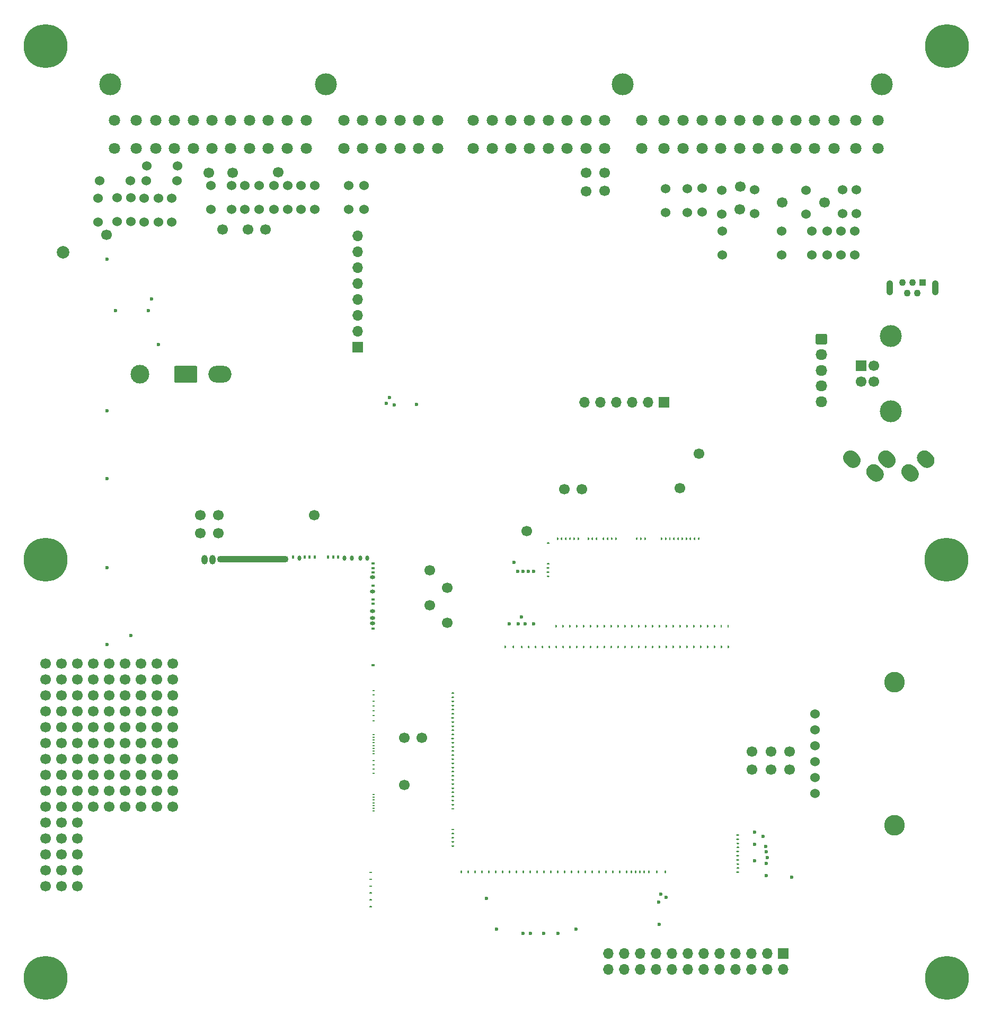
<source format=gbs>
G04 #@! TF.GenerationSoftware,KiCad,Pcbnew,(5.99.0-10559-g8513ca974c)*
G04 #@! TF.CreationDate,2021-11-29T17:43:12+02:00*
G04 #@! TF.ProjectId,hellen64_NB1,68656c6c-656e-4363-945f-4e42312e6b69,b*
G04 #@! TF.SameCoordinates,PX141ef50PYa2cc1bc*
G04 #@! TF.FileFunction,Soldermask,Bot*
G04 #@! TF.FilePolarity,Negative*
%FSLAX46Y46*%
G04 Gerber Fmt 4.6, Leading zero omitted, Abs format (unit mm)*
G04 Created by KiCad (PCBNEW (5.99.0-10559-g8513ca974c)) date 2021-11-29 17:43:12*
%MOMM*%
%LPD*%
G01*
G04 APERTURE LIST*
%ADD10C,0.599999*%
%ADD11C,1.524000*%
%ADD12C,1.700000*%
%ADD13R,1.700000X1.700000*%
%ADD14O,1.700000X1.700000*%
%ADD15O,1.000001X1.500000*%
%ADD16O,11.400000X1.100000*%
%ADD17O,0.399999X0.599999*%
%ADD18O,0.599999X0.800001*%
%ADD19O,0.599999X0.399999*%
%ADD20O,0.800001X0.599999*%
%ADD21O,0.399999X0.200000*%
%ADD22C,3.500120*%
%ADD23C,1.800000*%
%ADD24R,1.100000X1.100000*%
%ADD25C,1.100000*%
%ADD26O,1.100000X2.400000*%
%ADD27C,3.500000*%
%ADD28C,3.302000*%
%ADD29C,7.000000*%
%ADD30C,3.000000*%
%ADD31O,3.700000X2.700000*%
%ADD32C,0.600000*%
%ADD33O,1.850000X1.700000*%
%ADD34C,2.000000*%
G04 APERTURE END LIST*
D10*
G04 #@! TO.C,M4*
X75468535Y17795040D03*
X77043549Y12890031D03*
X89747567Y12899094D03*
X81268539Y12220030D03*
X82443543Y12220030D03*
X84618537Y12220030D03*
X86843539Y12220030D03*
G04 #@! TD*
D11*
G04 #@! TO.C,R8*
X127450000Y120595000D03*
X127450000Y124405000D03*
G04 #@! TD*
G04 #@! TO.C,R32*
X48024428Y127825340D03*
X48024428Y131635340D03*
G04 #@! TD*
D12*
G04 #@! TO.C,P5*
X62302380Y35910220D03*
G04 #@! TD*
G04 #@! TO.C,P6*
X62302380Y43412400D03*
G04 #@! TD*
G04 #@! TO.C,P47*
X40126680Y124605340D03*
G04 #@! TD*
D13*
G04 #@! TO.C,J27*
X103851680Y97005340D03*
D14*
X101311680Y97005340D03*
X98771680Y97005340D03*
X96231680Y97005340D03*
X93691680Y97005340D03*
X91151680Y97005340D03*
G04 #@! TD*
D12*
G04 #@! TO.C,P19*
X115951680Y127855340D03*
G04 #@! TD*
G04 #@! TO.C,G4*
X20210000Y45097322D03*
X20210000Y47637322D03*
X20210000Y50177322D03*
X20210000Y52717322D03*
X20210000Y55257322D03*
X22750000Y45097322D03*
X22750000Y47637322D03*
X22750000Y50177322D03*
X22750000Y52717322D03*
X22750000Y55257322D03*
X25290000Y45097322D03*
X25290000Y47637322D03*
X25290000Y50177322D03*
X25290000Y52717322D03*
X25290000Y55257322D03*
G04 #@! TD*
G04 #@! TO.C,P10*
X91401680Y130755340D03*
G04 #@! TD*
D11*
G04 #@! TO.C,R21*
X55876680Y127800319D03*
X55876680Y131610319D03*
G04 #@! TD*
D12*
G04 #@! TO.C,P12*
X29701680Y79005340D03*
G04 #@! TD*
G04 #@! TO.C,G12*
X12590000Y32397322D03*
X12590000Y34937322D03*
X12590000Y37477322D03*
X12590000Y40017322D03*
X12590000Y42557322D03*
X15130000Y32397322D03*
X15130000Y34937322D03*
X15130000Y37477322D03*
X15130000Y40017322D03*
X15130000Y42557322D03*
X17670000Y32397322D03*
X17670000Y34937322D03*
X17670000Y37477322D03*
X17670000Y40017322D03*
X17670000Y42557322D03*
G04 #@! TD*
D15*
G04 #@! TO.C,M5*
X30414997Y71843006D03*
X31670862Y71843006D03*
D16*
X38114997Y71968007D03*
D17*
X44564989Y72268006D03*
D18*
X45540001Y72168001D03*
D17*
X46409758Y72268006D03*
X47139995Y72268006D03*
X48034758Y72268006D03*
X50109758Y72268006D03*
X51009754Y72268006D03*
X51719996Y72268006D03*
D18*
X52739997Y72168006D03*
X53914996Y72168006D03*
X55264995Y72168006D03*
X56439994Y72168006D03*
D19*
X57339995Y71237767D03*
X57339995Y70543008D03*
X57339995Y69862768D03*
D20*
X57244997Y69043006D03*
D19*
X57339995Y67737769D03*
D20*
X57244997Y66768004D03*
D19*
X57339995Y65493006D03*
X57339995Y64843004D03*
D20*
X57244997Y63643004D03*
X57244997Y62568000D03*
X57244997Y61692998D03*
D19*
X57339995Y60868006D03*
X57339995Y55018005D03*
D21*
X57444996Y50963035D03*
X57444996Y50303033D03*
X57444996Y49243005D03*
X57444996Y48538920D03*
X57444996Y47738881D03*
X57444996Y46938842D03*
X57444996Y46143006D03*
X57444996Y43948004D03*
X57444996Y43508005D03*
X57444996Y43068006D03*
X57444996Y42628004D03*
X57444996Y42188005D03*
X57444996Y41748006D03*
X57444996Y41308004D03*
X57444996Y40868005D03*
X57444996Y39743034D03*
X57444996Y39083036D03*
X57444996Y38423034D03*
X57444996Y37763036D03*
X57444996Y34358006D03*
X57444996Y33918007D03*
X57444996Y33478005D03*
X57444996Y33038006D03*
X57444996Y32598007D03*
X57444996Y32158005D03*
X57444996Y31718006D03*
G04 #@! TD*
D11*
G04 #@! TO.C,R36*
X31401680Y127825340D03*
X31401680Y131635340D03*
G04 #@! TD*
G04 #@! TO.C,R48*
X113076680Y127100319D03*
X113076680Y130910319D03*
G04 #@! TD*
D12*
G04 #@! TO.C,P15*
X91401680Y133680340D03*
G04 #@! TD*
D11*
G04 #@! TO.C,R24*
X113126680Y120550340D03*
X113126680Y124360340D03*
G04 #@! TD*
G04 #@! TO.C,R33*
X43701680Y127825340D03*
X43701680Y131635340D03*
G04 #@! TD*
G04 #@! TO.C,R42*
X13391221Y125804438D03*
X13391221Y129614438D03*
G04 #@! TD*
D22*
G04 #@! TO.C,P2*
X138640980Y147779760D03*
X15340980Y147779760D03*
X49790980Y147779760D03*
X97190980Y147779760D03*
D23*
X15990980Y137579120D03*
X19488560Y137579120D03*
X22589900Y137579120D03*
X25589640Y137579120D03*
X28589380Y137579120D03*
X31589120Y137579120D03*
X34588860Y137579120D03*
X37588600Y137579120D03*
X40588340Y137579120D03*
X43588080Y137579120D03*
X46689420Y137579120D03*
X15990980Y142080000D03*
X19488560Y142080000D03*
X22589900Y142080000D03*
X25589640Y142080000D03*
X28589380Y142080000D03*
X31589120Y142080000D03*
X34588860Y142080000D03*
X37588600Y142080000D03*
X40588340Y142080000D03*
X43588080Y142080000D03*
X46689420Y142080000D03*
X73340980Y137579120D03*
X76340720Y137579120D03*
X79340460Y137579120D03*
X82340200Y137579120D03*
X85342480Y137579120D03*
X88342220Y137579120D03*
X91341960Y137579120D03*
X94341700Y137579120D03*
X73340980Y142080000D03*
X76340720Y142080000D03*
X79340460Y142080000D03*
X82340200Y142080000D03*
X85342480Y142080000D03*
X88342220Y142080000D03*
X91341960Y142080000D03*
X94341700Y142080000D03*
X100287840Y137579120D03*
X103787960Y137579120D03*
X106891840Y137579120D03*
X109891580Y137579120D03*
X112891320Y137579120D03*
X115891060Y137579120D03*
X118890800Y137579120D03*
X121890540Y137579120D03*
X124890280Y137579120D03*
X127890020Y137579120D03*
X130991360Y137579120D03*
X134491480Y137579120D03*
X137991600Y137579120D03*
X100287840Y142080000D03*
X103787960Y142080000D03*
X106891840Y142080000D03*
X109891580Y142080000D03*
X112891320Y142080000D03*
X115891060Y142080000D03*
X118890800Y142080000D03*
X121890540Y142080000D03*
X124890280Y142080000D03*
X127890020Y142080000D03*
X130991360Y142080000D03*
X134491480Y142080000D03*
X137991600Y142080000D03*
X52640980Y137579120D03*
X55640720Y137579120D03*
X58640460Y137579120D03*
X61640200Y137579120D03*
X64642480Y137579120D03*
X67642220Y137579120D03*
X52640980Y142080000D03*
X55640720Y142080000D03*
X58640460Y142080000D03*
X61640200Y142080000D03*
X64642480Y142080000D03*
X67642220Y142080000D03*
G04 #@! TD*
D12*
G04 #@! TO.C,P56*
X42200000Y133780340D03*
G04 #@! TD*
G04 #@! TO.C,P52*
X129494479Y128900000D03*
G04 #@! TD*
G04 #@! TO.C,P44*
X90726680Y83130340D03*
G04 #@! TD*
G04 #@! TO.C,P13*
X32601680Y76105340D03*
G04 #@! TD*
G04 #@! TO.C,P29*
X120901680Y41205340D03*
G04 #@! TD*
D11*
G04 #@! TO.C,R43*
X53426680Y127825340D03*
X53426680Y131635340D03*
G04 #@! TD*
D24*
G04 #@! TO.C,J1*
X145101680Y116180340D03*
D25*
X144301680Y114430340D03*
X143501680Y116180340D03*
X142701680Y114430340D03*
X141901680Y116180340D03*
D26*
X147151680Y115305340D03*
X139851680Y115305340D03*
G04 #@! TD*
D13*
G04 #@! TO.C,J6*
X54901680Y105830340D03*
D14*
X54901680Y108370340D03*
X54901680Y110910340D03*
X54901680Y113450340D03*
X54901680Y115990340D03*
X54901680Y118530340D03*
X54901680Y121070340D03*
X54901680Y123610340D03*
G04 #@! TD*
D12*
G04 #@! TO.C,P30*
X120901680Y38370220D03*
G04 #@! TD*
D13*
G04 #@! TO.C,J5*
X135316680Y102855340D03*
D12*
X135316680Y100355340D03*
X137316680Y100355340D03*
X137316680Y102855340D03*
D27*
X140026680Y95585340D03*
X140026680Y107625340D03*
G04 #@! TD*
D12*
G04 #@! TO.C,P4*
X65112640Y43410220D03*
G04 #@! TD*
G04 #@! TO.C,P25*
X123901680Y38370220D03*
G04 #@! TD*
D10*
G04 #@! TO.C,M8*
X59459042Y96874902D03*
X59984042Y97749904D03*
X60734040Y96574900D03*
X64284041Y96649903D03*
G04 #@! TD*
D28*
G04 #@! TO.C,U2*
X140601680Y52290340D03*
X140601680Y29430340D03*
D11*
X127901680Y47210340D03*
X127901680Y44670340D03*
X127901680Y42130340D03*
X127901680Y39590340D03*
X127901680Y37050340D03*
X127901680Y34510340D03*
G04 #@! TD*
G04 #@! TO.C,R17*
X132376680Y130951040D03*
X132376680Y127141040D03*
G04 #@! TD*
D12*
G04 #@! TO.C,G6*
X4970000Y45097322D03*
X4970000Y47637322D03*
X4970000Y50177322D03*
X4970000Y52717322D03*
X4970000Y55257322D03*
X7510000Y45097322D03*
X7510000Y47637322D03*
X7510000Y50177322D03*
X7510000Y52717322D03*
X7510000Y55257322D03*
X10050000Y45097322D03*
X10050000Y47637322D03*
X10050000Y50177322D03*
X10050000Y52717322D03*
X10050000Y55257322D03*
G04 #@! TD*
G04 #@! TO.C,P55*
X116026680Y131505340D03*
G04 #@! TD*
G04 #@! TO.C,P17*
X69201680Y61805340D03*
G04 #@! TD*
D10*
G04 #@! TO.C,M13*
X103293541Y18453558D03*
X104168543Y17928558D03*
X102993539Y17178560D03*
X103068542Y13628559D03*
G04 #@! TD*
D12*
G04 #@! TO.C,P11*
X29701680Y76105340D03*
G04 #@! TD*
G04 #@! TO.C,P50*
X31051680Y133705340D03*
G04 #@! TD*
D11*
G04 #@! TO.C,R40*
X23041221Y125799438D03*
X23041221Y129609438D03*
G04 #@! TD*
D29*
G04 #@! TO.C,J13*
X5000000Y5100000D03*
G04 #@! TD*
G04 #@! TO.C,M7*
G36*
G01*
X56804044Y22044216D02*
X57054042Y22044216D01*
G75*
G02*
X57179042Y21919216I0J-125000D01*
G01*
X57179042Y21919216D01*
G75*
G02*
X57054042Y21794216I-125000J0D01*
G01*
X56804044Y21794216D01*
G75*
G02*
X56679044Y21919216I0J125000D01*
G01*
X56679044Y21919216D01*
G75*
G02*
X56804044Y22044216I125000J0D01*
G01*
G37*
G36*
G01*
X56804044Y20944218D02*
X57054042Y20944218D01*
G75*
G02*
X57179042Y20819218I0J-125000D01*
G01*
X57179042Y20819218D01*
G75*
G02*
X57054042Y20694218I-125000J0D01*
G01*
X56804044Y20694218D01*
G75*
G02*
X56679044Y20819218I0J125000D01*
G01*
X56679044Y20819218D01*
G75*
G02*
X56804044Y20944218I125000J0D01*
G01*
G37*
G36*
G01*
X56804044Y19844220D02*
X57054042Y19844220D01*
G75*
G02*
X57179042Y19719220I0J-125000D01*
G01*
X57179042Y19719220D01*
G75*
G02*
X57054042Y19594220I-125000J0D01*
G01*
X56804044Y19594220D01*
G75*
G02*
X56679044Y19719220I0J125000D01*
G01*
X56679044Y19719220D01*
G75*
G02*
X56804044Y19844220I125000J0D01*
G01*
G37*
G36*
G01*
X56804044Y18744222D02*
X57054042Y18744222D01*
G75*
G02*
X57179042Y18619222I0J-125000D01*
G01*
X57179042Y18619222D01*
G75*
G02*
X57054042Y18494222I-125000J0D01*
G01*
X56804044Y18494222D01*
G75*
G02*
X56679044Y18619222I0J125000D01*
G01*
X56679044Y18619222D01*
G75*
G02*
X56804044Y18744222I125000J0D01*
G01*
G37*
G36*
G01*
X56804044Y17644224D02*
X57054042Y17644224D01*
G75*
G02*
X57179042Y17519224I0J-125000D01*
G01*
X57179042Y17519224D01*
G75*
G02*
X57054042Y17394224I-125000J0D01*
G01*
X56804044Y17394224D01*
G75*
G02*
X56679044Y17519224I0J125000D01*
G01*
X56679044Y17519224D01*
G75*
G02*
X56804044Y17644224I125000J0D01*
G01*
G37*
G36*
G01*
X56804044Y16544227D02*
X57054042Y16544227D01*
G75*
G02*
X57179042Y16419227I0J-125000D01*
G01*
X57179042Y16419227D01*
G75*
G02*
X57054042Y16294227I-125000J0D01*
G01*
X56804044Y16294227D01*
G75*
G02*
X56679044Y16419227I0J125000D01*
G01*
X56679044Y16419227D01*
G75*
G02*
X56804044Y16544227I125000J0D01*
G01*
G37*
G04 #@! TD*
D12*
G04 #@! TO.C,P28*
X81913040Y76406220D03*
G04 #@! TD*
G04 #@! TO.C,P24*
X123901680Y41205340D03*
G04 #@! TD*
G04 #@! TO.C,P8*
X94301680Y130805340D03*
G04 #@! TD*
G04 #@! TO.C,G9*
X4970000Y19697322D03*
X4970000Y22237322D03*
X4970000Y24777322D03*
X4970000Y27317322D03*
X4970000Y29857322D03*
X7510000Y19697322D03*
X7510000Y22237322D03*
X7510000Y24777322D03*
X7510000Y27317322D03*
X7510000Y29857322D03*
X10050000Y19697322D03*
X10050000Y22237322D03*
X10050000Y24777322D03*
X10050000Y27317322D03*
X10050000Y29857322D03*
G04 #@! TD*
G04 #@! TO.C,M1*
G36*
G01*
X85162638Y69351817D02*
X85412638Y69351817D01*
G75*
G02*
X85537638Y69226817I0J-125000D01*
G01*
X85537638Y69226817D01*
G75*
G02*
X85412638Y69101817I-125000J0D01*
G01*
X85162638Y69101817D01*
G75*
G02*
X85037638Y69226817I0J125000D01*
G01*
X85037638Y69226817D01*
G75*
G02*
X85162638Y69351817I125000J0D01*
G01*
G37*
G36*
G01*
X85162638Y70011818D02*
X85412638Y70011818D01*
G75*
G02*
X85537638Y69886818I0J-125000D01*
G01*
X85537638Y69886818D01*
G75*
G02*
X85412638Y69761818I-125000J0D01*
G01*
X85162638Y69761818D01*
G75*
G02*
X85037638Y69886818I0J125000D01*
G01*
X85037638Y69886818D01*
G75*
G02*
X85162638Y70011818I125000J0D01*
G01*
G37*
G36*
G01*
X85162638Y70671819D02*
X85412638Y70671819D01*
G75*
G02*
X85537638Y70546819I0J-125000D01*
G01*
X85537638Y70546819D01*
G75*
G02*
X85412638Y70421819I-125000J0D01*
G01*
X85162638Y70421819D01*
G75*
G02*
X85037638Y70546819I0J125000D01*
G01*
X85037638Y70546819D01*
G75*
G02*
X85162638Y70671819I125000J0D01*
G01*
G37*
G36*
G01*
X85162638Y71331820D02*
X85412638Y71331820D01*
G75*
G02*
X85537638Y71206820I0J-125000D01*
G01*
X85537638Y71206820D01*
G75*
G02*
X85412638Y71081820I-125000J0D01*
G01*
X85162638Y71081820D01*
G75*
G02*
X85037638Y71206820I0J125000D01*
G01*
X85037638Y71206820D01*
G75*
G02*
X85162638Y71331820I125000J0D01*
G01*
G37*
G36*
G01*
X85162638Y74631827D02*
X85412638Y74631827D01*
G75*
G02*
X85537638Y74506827I0J-125000D01*
G01*
X85537638Y74506827D01*
G75*
G02*
X85412638Y74381827I-125000J0D01*
G01*
X85162638Y74381827D01*
G75*
G02*
X85037638Y74506827I0J125000D01*
G01*
X85037638Y74506827D01*
G75*
G02*
X85162638Y74631827I125000J0D01*
G01*
G37*
G36*
G01*
X113932640Y61133024D02*
X113932640Y61383024D01*
G75*
G02*
X114057640Y61508024I125000J0D01*
G01*
X114057640Y61508024D01*
G75*
G02*
X114182640Y61383024I0J-125000D01*
G01*
X114182640Y61133024D01*
G75*
G02*
X114057640Y61008024I-125000J0D01*
G01*
X114057640Y61008024D01*
G75*
G02*
X113932640Y61133024I0J125000D01*
G01*
G37*
G36*
G01*
X113082636Y61383024D02*
X113082636Y61133024D01*
G75*
G02*
X112957636Y61008024I-125000J0D01*
G01*
X112957636Y61008024D01*
G75*
G02*
X112832636Y61133024I0J125000D01*
G01*
X112832636Y61383024D01*
G75*
G02*
X112957636Y61508024I125000J0D01*
G01*
X112957636Y61508024D01*
G75*
G02*
X113082636Y61383024I0J-125000D01*
G01*
G37*
G36*
G01*
X111982635Y61383024D02*
X111982635Y61133024D01*
G75*
G02*
X111857635Y61008024I-125000J0D01*
G01*
X111857635Y61008024D01*
G75*
G02*
X111732635Y61133024I0J125000D01*
G01*
X111732635Y61383024D01*
G75*
G02*
X111857635Y61508024I125000J0D01*
G01*
X111857635Y61508024D01*
G75*
G02*
X111982635Y61383024I0J-125000D01*
G01*
G37*
G36*
G01*
X110882638Y61383024D02*
X110882638Y61133024D01*
G75*
G02*
X110757638Y61008024I-125000J0D01*
G01*
X110757638Y61008024D01*
G75*
G02*
X110632638Y61133024I0J125000D01*
G01*
X110632638Y61383024D01*
G75*
G02*
X110757638Y61508024I125000J0D01*
G01*
X110757638Y61508024D01*
G75*
G02*
X110882638Y61383024I0J-125000D01*
G01*
G37*
G36*
G01*
X109782640Y61383024D02*
X109782640Y61133024D01*
G75*
G02*
X109657640Y61008024I-125000J0D01*
G01*
X109657640Y61008024D01*
G75*
G02*
X109532640Y61133024I0J125000D01*
G01*
X109532640Y61383024D01*
G75*
G02*
X109657640Y61508024I125000J0D01*
G01*
X109657640Y61508024D01*
G75*
G02*
X109782640Y61383024I0J-125000D01*
G01*
G37*
G36*
G01*
X108682642Y61383024D02*
X108682642Y61133024D01*
G75*
G02*
X108557642Y61008024I-125000J0D01*
G01*
X108557642Y61008024D01*
G75*
G02*
X108432642Y61133024I0J125000D01*
G01*
X108432642Y61383024D01*
G75*
G02*
X108557642Y61508024I125000J0D01*
G01*
X108557642Y61508024D01*
G75*
G02*
X108682642Y61383024I0J-125000D01*
G01*
G37*
G36*
G01*
X107582644Y61383024D02*
X107582644Y61133024D01*
G75*
G02*
X107457644Y61008024I-125000J0D01*
G01*
X107457644Y61008024D01*
G75*
G02*
X107332644Y61133024I0J125000D01*
G01*
X107332644Y61383024D01*
G75*
G02*
X107457644Y61508024I125000J0D01*
G01*
X107457644Y61508024D01*
G75*
G02*
X107582644Y61383024I0J-125000D01*
G01*
G37*
G36*
G01*
X106482646Y61383024D02*
X106482646Y61133024D01*
G75*
G02*
X106357646Y61008024I-125000J0D01*
G01*
X106357646Y61008024D01*
G75*
G02*
X106232646Y61133024I0J125000D01*
G01*
X106232646Y61383024D01*
G75*
G02*
X106357646Y61508024I125000J0D01*
G01*
X106357646Y61508024D01*
G75*
G02*
X106482646Y61383024I0J-125000D01*
G01*
G37*
G36*
G01*
X105382649Y61383024D02*
X105382649Y61133024D01*
G75*
G02*
X105257649Y61008024I-125000J0D01*
G01*
X105257649Y61008024D01*
G75*
G02*
X105132649Y61133024I0J125000D01*
G01*
X105132649Y61383024D01*
G75*
G02*
X105257649Y61508024I125000J0D01*
G01*
X105257649Y61508024D01*
G75*
G02*
X105382649Y61383024I0J-125000D01*
G01*
G37*
G36*
G01*
X104282651Y61383024D02*
X104282651Y61133024D01*
G75*
G02*
X104157651Y61008024I-125000J0D01*
G01*
X104157651Y61008024D01*
G75*
G02*
X104032651Y61133024I0J125000D01*
G01*
X104032651Y61383024D01*
G75*
G02*
X104157651Y61508024I125000J0D01*
G01*
X104157651Y61508024D01*
G75*
G02*
X104282651Y61383024I0J-125000D01*
G01*
G37*
G36*
G01*
X103182653Y61383024D02*
X103182653Y61133024D01*
G75*
G02*
X103057653Y61008024I-125000J0D01*
G01*
X103057653Y61008024D01*
G75*
G02*
X102932653Y61133024I0J125000D01*
G01*
X102932653Y61383024D01*
G75*
G02*
X103057653Y61508024I125000J0D01*
G01*
X103057653Y61508024D01*
G75*
G02*
X103182653Y61383024I0J-125000D01*
G01*
G37*
G36*
G01*
X102082655Y61383024D02*
X102082655Y61133024D01*
G75*
G02*
X101957655Y61008024I-125000J0D01*
G01*
X101957655Y61008024D01*
G75*
G02*
X101832655Y61133024I0J125000D01*
G01*
X101832655Y61383024D01*
G75*
G02*
X101957655Y61508024I125000J0D01*
G01*
X101957655Y61508024D01*
G75*
G02*
X102082655Y61383024I0J-125000D01*
G01*
G37*
G36*
G01*
X100982657Y61383024D02*
X100982657Y61133024D01*
G75*
G02*
X100857657Y61008024I-125000J0D01*
G01*
X100857657Y61008024D01*
G75*
G02*
X100732657Y61133024I0J125000D01*
G01*
X100732657Y61383024D01*
G75*
G02*
X100857657Y61508024I125000J0D01*
G01*
X100857657Y61508024D01*
G75*
G02*
X100982657Y61383024I0J-125000D01*
G01*
G37*
G36*
G01*
X99882660Y61383024D02*
X99882660Y61133024D01*
G75*
G02*
X99757660Y61008024I-125000J0D01*
G01*
X99757660Y61008024D01*
G75*
G02*
X99632660Y61133024I0J125000D01*
G01*
X99632660Y61383024D01*
G75*
G02*
X99757660Y61508024I125000J0D01*
G01*
X99757660Y61508024D01*
G75*
G02*
X99882660Y61383024I0J-125000D01*
G01*
G37*
G36*
G01*
X98782662Y61383024D02*
X98782662Y61133024D01*
G75*
G02*
X98657662Y61008024I-125000J0D01*
G01*
X98657662Y61008024D01*
G75*
G02*
X98532662Y61133024I0J125000D01*
G01*
X98532662Y61383024D01*
G75*
G02*
X98657662Y61508024I125000J0D01*
G01*
X98657662Y61508024D01*
G75*
G02*
X98782662Y61383024I0J-125000D01*
G01*
G37*
G36*
G01*
X97682664Y61383024D02*
X97682664Y61133024D01*
G75*
G02*
X97557664Y61008024I-125000J0D01*
G01*
X97557664Y61008024D01*
G75*
G02*
X97432664Y61133024I0J125000D01*
G01*
X97432664Y61383024D01*
G75*
G02*
X97557664Y61508024I125000J0D01*
G01*
X97557664Y61508024D01*
G75*
G02*
X97682664Y61383024I0J-125000D01*
G01*
G37*
G36*
G01*
X96582666Y61383024D02*
X96582666Y61133024D01*
G75*
G02*
X96457666Y61008024I-125000J0D01*
G01*
X96457666Y61008024D01*
G75*
G02*
X96332666Y61133024I0J125000D01*
G01*
X96332666Y61383024D01*
G75*
G02*
X96457666Y61508024I125000J0D01*
G01*
X96457666Y61508024D01*
G75*
G02*
X96582666Y61383024I0J-125000D01*
G01*
G37*
G36*
G01*
X95482668Y61383024D02*
X95482668Y61133024D01*
G75*
G02*
X95357668Y61008024I-125000J0D01*
G01*
X95357668Y61008024D01*
G75*
G02*
X95232668Y61133024I0J125000D01*
G01*
X95232668Y61383024D01*
G75*
G02*
X95357668Y61508024I125000J0D01*
G01*
X95357668Y61508024D01*
G75*
G02*
X95482668Y61383024I0J-125000D01*
G01*
G37*
G36*
G01*
X94382671Y61383024D02*
X94382671Y61133024D01*
G75*
G02*
X94257671Y61008024I-125000J0D01*
G01*
X94257671Y61008024D01*
G75*
G02*
X94132671Y61133024I0J125000D01*
G01*
X94132671Y61383024D01*
G75*
G02*
X94257671Y61508024I125000J0D01*
G01*
X94257671Y61508024D01*
G75*
G02*
X94382671Y61383024I0J-125000D01*
G01*
G37*
G36*
G01*
X93282673Y61383024D02*
X93282673Y61133024D01*
G75*
G02*
X93157673Y61008024I-125000J0D01*
G01*
X93157673Y61008024D01*
G75*
G02*
X93032673Y61133024I0J125000D01*
G01*
X93032673Y61383024D01*
G75*
G02*
X93157673Y61508024I125000J0D01*
G01*
X93157673Y61508024D01*
G75*
G02*
X93282673Y61383024I0J-125000D01*
G01*
G37*
G36*
G01*
X92182675Y61383024D02*
X92182675Y61133024D01*
G75*
G02*
X92057675Y61008024I-125000J0D01*
G01*
X92057675Y61008024D01*
G75*
G02*
X91932675Y61133024I0J125000D01*
G01*
X91932675Y61383024D01*
G75*
G02*
X92057675Y61508024I125000J0D01*
G01*
X92057675Y61508024D01*
G75*
G02*
X92182675Y61383024I0J-125000D01*
G01*
G37*
G36*
G01*
X91082677Y61383024D02*
X91082677Y61133024D01*
G75*
G02*
X90957677Y61008024I-125000J0D01*
G01*
X90957677Y61008024D01*
G75*
G02*
X90832677Y61133024I0J125000D01*
G01*
X90832677Y61383024D01*
G75*
G02*
X90957677Y61508024I125000J0D01*
G01*
X90957677Y61508024D01*
G75*
G02*
X91082677Y61383024I0J-125000D01*
G01*
G37*
G36*
G01*
X89982679Y61383024D02*
X89982679Y61133024D01*
G75*
G02*
X89857679Y61008024I-125000J0D01*
G01*
X89857679Y61008024D01*
G75*
G02*
X89732679Y61133024I0J125000D01*
G01*
X89732679Y61383024D01*
G75*
G02*
X89857679Y61508024I125000J0D01*
G01*
X89857679Y61508024D01*
G75*
G02*
X89982679Y61383024I0J-125000D01*
G01*
G37*
G36*
G01*
X88882682Y61383024D02*
X88882682Y61133024D01*
G75*
G02*
X88757682Y61008024I-125000J0D01*
G01*
X88757682Y61008024D01*
G75*
G02*
X88632682Y61133024I0J125000D01*
G01*
X88632682Y61383024D01*
G75*
G02*
X88757682Y61508024I125000J0D01*
G01*
X88757682Y61508024D01*
G75*
G02*
X88882682Y61383024I0J-125000D01*
G01*
G37*
G36*
G01*
X87782684Y61383024D02*
X87782684Y61133024D01*
G75*
G02*
X87657684Y61008024I-125000J0D01*
G01*
X87657684Y61008024D01*
G75*
G02*
X87532684Y61133024I0J125000D01*
G01*
X87532684Y61383024D01*
G75*
G02*
X87657684Y61508024I125000J0D01*
G01*
X87657684Y61508024D01*
G75*
G02*
X87782684Y61383024I0J-125000D01*
G01*
G37*
G36*
G01*
X86682686Y61383024D02*
X86682686Y61133024D01*
G75*
G02*
X86557686Y61008024I-125000J0D01*
G01*
X86557686Y61008024D01*
G75*
G02*
X86432686Y61133024I0J125000D01*
G01*
X86432686Y61383024D01*
G75*
G02*
X86557686Y61508024I125000J0D01*
G01*
X86557686Y61508024D01*
G75*
G02*
X86682686Y61383024I0J-125000D01*
G01*
G37*
G36*
G01*
X86933630Y75345023D02*
X86933630Y75095023D01*
G75*
G02*
X86808630Y74970023I-125000J0D01*
G01*
X86808630Y74970023D01*
G75*
G02*
X86683630Y75095023I0J125000D01*
G01*
X86683630Y75345023D01*
G75*
G02*
X86808630Y75470023I125000J0D01*
G01*
X86808630Y75470023D01*
G75*
G02*
X86933630Y75345023I0J-125000D01*
G01*
G37*
G36*
G01*
X87593632Y75345023D02*
X87593632Y75095023D01*
G75*
G02*
X87468632Y74970023I-125000J0D01*
G01*
X87468632Y74970023D01*
G75*
G02*
X87343632Y75095023I0J125000D01*
G01*
X87343632Y75345023D01*
G75*
G02*
X87468632Y75470023I125000J0D01*
G01*
X87468632Y75470023D01*
G75*
G02*
X87593632Y75345023I0J-125000D01*
G01*
G37*
G36*
G01*
X88253633Y75345023D02*
X88253633Y75095023D01*
G75*
G02*
X88128633Y74970023I-125000J0D01*
G01*
X88128633Y74970023D01*
G75*
G02*
X88003633Y75095023I0J125000D01*
G01*
X88003633Y75345023D01*
G75*
G02*
X88128633Y75470023I125000J0D01*
G01*
X88128633Y75470023D01*
G75*
G02*
X88253633Y75345023I0J-125000D01*
G01*
G37*
G36*
G01*
X88913634Y75345023D02*
X88913634Y75095023D01*
G75*
G02*
X88788634Y74970023I-125000J0D01*
G01*
X88788634Y74970023D01*
G75*
G02*
X88663634Y75095023I0J125000D01*
G01*
X88663634Y75345023D01*
G75*
G02*
X88788634Y75470023I125000J0D01*
G01*
X88788634Y75470023D01*
G75*
G02*
X88913634Y75345023I0J-125000D01*
G01*
G37*
G36*
G01*
X89573635Y75345023D02*
X89573635Y75095023D01*
G75*
G02*
X89448635Y74970023I-125000J0D01*
G01*
X89448635Y74970023D01*
G75*
G02*
X89323635Y75095023I0J125000D01*
G01*
X89323635Y75345023D01*
G75*
G02*
X89448635Y75470023I125000J0D01*
G01*
X89448635Y75470023D01*
G75*
G02*
X89573635Y75345023I0J-125000D01*
G01*
G37*
G36*
G01*
X90233637Y75345023D02*
X90233637Y75095023D01*
G75*
G02*
X90108637Y74970023I-125000J0D01*
G01*
X90108637Y74970023D01*
G75*
G02*
X89983637Y75095023I0J125000D01*
G01*
X89983637Y75345023D01*
G75*
G02*
X90108637Y75470023I125000J0D01*
G01*
X90108637Y75470023D01*
G75*
G02*
X90233637Y75345023I0J-125000D01*
G01*
G37*
G36*
G01*
X91834634Y75345023D02*
X91834634Y75095023D01*
G75*
G02*
X91709634Y74970023I-125000J0D01*
G01*
X91709634Y74970023D01*
G75*
G02*
X91584634Y75095023I0J125000D01*
G01*
X91584634Y75345023D01*
G75*
G02*
X91709634Y75470023I125000J0D01*
G01*
X91709634Y75470023D01*
G75*
G02*
X91834634Y75345023I0J-125000D01*
G01*
G37*
G36*
G01*
X92494635Y75345023D02*
X92494635Y75095023D01*
G75*
G02*
X92369635Y74970023I-125000J0D01*
G01*
X92369635Y74970023D01*
G75*
G02*
X92244635Y75095023I0J125000D01*
G01*
X92244635Y75345023D01*
G75*
G02*
X92369635Y75470023I125000J0D01*
G01*
X92369635Y75470023D01*
G75*
G02*
X92494635Y75345023I0J-125000D01*
G01*
G37*
G36*
G01*
X93154637Y75345023D02*
X93154637Y75095023D01*
G75*
G02*
X93029637Y74970023I-125000J0D01*
G01*
X93029637Y74970023D01*
G75*
G02*
X92904637Y75095023I0J125000D01*
G01*
X92904637Y75345023D01*
G75*
G02*
X93029637Y75470023I125000J0D01*
G01*
X93029637Y75470023D01*
G75*
G02*
X93154637Y75345023I0J-125000D01*
G01*
G37*
G36*
G01*
X94275536Y75345023D02*
X94275536Y75095023D01*
G75*
G02*
X94150536Y74970023I-125000J0D01*
G01*
X94150536Y74970023D01*
G75*
G02*
X94025536Y75095023I0J125000D01*
G01*
X94025536Y75345023D01*
G75*
G02*
X94150536Y75470023I125000J0D01*
G01*
X94150536Y75470023D01*
G75*
G02*
X94275536Y75345023I0J-125000D01*
G01*
G37*
G36*
G01*
X94935537Y75345023D02*
X94935537Y75095023D01*
G75*
G02*
X94810537Y74970023I-125000J0D01*
G01*
X94810537Y74970023D01*
G75*
G02*
X94685537Y75095023I0J125000D01*
G01*
X94685537Y75345023D01*
G75*
G02*
X94810537Y75470023I125000J0D01*
G01*
X94810537Y75470023D01*
G75*
G02*
X94935537Y75345023I0J-125000D01*
G01*
G37*
G36*
G01*
X95595538Y75345023D02*
X95595538Y75095023D01*
G75*
G02*
X95470538Y74970023I-125000J0D01*
G01*
X95470538Y74970023D01*
G75*
G02*
X95345538Y75095023I0J125000D01*
G01*
X95345538Y75345023D01*
G75*
G02*
X95470538Y75470023I125000J0D01*
G01*
X95470538Y75470023D01*
G75*
G02*
X95595538Y75345023I0J-125000D01*
G01*
G37*
G36*
G01*
X96255540Y75345023D02*
X96255540Y75095023D01*
G75*
G02*
X96130540Y74970023I-125000J0D01*
G01*
X96130540Y74970023D01*
G75*
G02*
X96005540Y75095023I0J125000D01*
G01*
X96005540Y75345023D01*
G75*
G02*
X96130540Y75470023I125000J0D01*
G01*
X96130540Y75470023D01*
G75*
G02*
X96255540Y75345023I0J-125000D01*
G01*
G37*
G36*
G01*
X99581634Y75345023D02*
X99581634Y75095023D01*
G75*
G02*
X99456634Y74970023I-125000J0D01*
G01*
X99456634Y74970023D01*
G75*
G02*
X99331634Y75095023I0J125000D01*
G01*
X99331634Y75345023D01*
G75*
G02*
X99456634Y75470023I125000J0D01*
G01*
X99456634Y75470023D01*
G75*
G02*
X99581634Y75345023I0J-125000D01*
G01*
G37*
G36*
G01*
X100241635Y75345023D02*
X100241635Y75095023D01*
G75*
G02*
X100116635Y74970023I-125000J0D01*
G01*
X100116635Y74970023D01*
G75*
G02*
X99991635Y75095023I0J125000D01*
G01*
X99991635Y75345023D01*
G75*
G02*
X100116635Y75470023I125000J0D01*
G01*
X100116635Y75470023D01*
G75*
G02*
X100241635Y75345023I0J-125000D01*
G01*
G37*
G36*
G01*
X100901637Y75345023D02*
X100901637Y75095023D01*
G75*
G02*
X100776637Y74970023I-125000J0D01*
G01*
X100776637Y74970023D01*
G75*
G02*
X100651637Y75095023I0J125000D01*
G01*
X100651637Y75345023D01*
G75*
G02*
X100776637Y75470023I125000J0D01*
G01*
X100776637Y75470023D01*
G75*
G02*
X100901637Y75345023I0J-125000D01*
G01*
G37*
G36*
G01*
X103547628Y75345023D02*
X103547628Y75095023D01*
G75*
G02*
X103422628Y74970023I-125000J0D01*
G01*
X103422628Y74970023D01*
G75*
G02*
X103297628Y75095023I0J125000D01*
G01*
X103297628Y75345023D01*
G75*
G02*
X103422628Y75470023I125000J0D01*
G01*
X103422628Y75470023D01*
G75*
G02*
X103547628Y75345023I0J-125000D01*
G01*
G37*
G36*
G01*
X104207629Y75345023D02*
X104207629Y75095023D01*
G75*
G02*
X104082629Y74970023I-125000J0D01*
G01*
X104082629Y74970023D01*
G75*
G02*
X103957629Y75095023I0J125000D01*
G01*
X103957629Y75345023D01*
G75*
G02*
X104082629Y75470023I125000J0D01*
G01*
X104082629Y75470023D01*
G75*
G02*
X104207629Y75345023I0J-125000D01*
G01*
G37*
G36*
G01*
X104867631Y75345023D02*
X104867631Y75095023D01*
G75*
G02*
X104742631Y74970023I-125000J0D01*
G01*
X104742631Y74970023D01*
G75*
G02*
X104617631Y75095023I0J125000D01*
G01*
X104617631Y75345023D01*
G75*
G02*
X104742631Y75470023I125000J0D01*
G01*
X104742631Y75470023D01*
G75*
G02*
X104867631Y75345023I0J-125000D01*
G01*
G37*
G36*
G01*
X105527632Y75345023D02*
X105527632Y75095023D01*
G75*
G02*
X105402632Y74970023I-125000J0D01*
G01*
X105402632Y74970023D01*
G75*
G02*
X105277632Y75095023I0J125000D01*
G01*
X105277632Y75345023D01*
G75*
G02*
X105402632Y75470023I125000J0D01*
G01*
X105402632Y75470023D01*
G75*
G02*
X105527632Y75345023I0J-125000D01*
G01*
G37*
G36*
G01*
X106187633Y75345023D02*
X106187633Y75095023D01*
G75*
G02*
X106062633Y74970023I-125000J0D01*
G01*
X106062633Y74970023D01*
G75*
G02*
X105937633Y75095023I0J125000D01*
G01*
X105937633Y75345023D01*
G75*
G02*
X106062633Y75470023I125000J0D01*
G01*
X106062633Y75470023D01*
G75*
G02*
X106187633Y75345023I0J-125000D01*
G01*
G37*
G36*
G01*
X106847634Y75345023D02*
X106847634Y75095023D01*
G75*
G02*
X106722634Y74970023I-125000J0D01*
G01*
X106722634Y74970023D01*
G75*
G02*
X106597634Y75095023I0J125000D01*
G01*
X106597634Y75345023D01*
G75*
G02*
X106722634Y75470023I125000J0D01*
G01*
X106722634Y75470023D01*
G75*
G02*
X106847634Y75345023I0J-125000D01*
G01*
G37*
G36*
G01*
X107507636Y75345023D02*
X107507636Y75095023D01*
G75*
G02*
X107382636Y74970023I-125000J0D01*
G01*
X107382636Y74970023D01*
G75*
G02*
X107257636Y75095023I0J125000D01*
G01*
X107257636Y75345023D01*
G75*
G02*
X107382636Y75470023I125000J0D01*
G01*
X107382636Y75470023D01*
G75*
G02*
X107507636Y75345023I0J-125000D01*
G01*
G37*
G36*
G01*
X108167637Y75345023D02*
X108167637Y75095023D01*
G75*
G02*
X108042637Y74970023I-125000J0D01*
G01*
X108042637Y74970023D01*
G75*
G02*
X107917637Y75095023I0J125000D01*
G01*
X107917637Y75345023D01*
G75*
G02*
X108042637Y75470023I125000J0D01*
G01*
X108042637Y75470023D01*
G75*
G02*
X108167637Y75345023I0J-125000D01*
G01*
G37*
G36*
G01*
X108827638Y75345023D02*
X108827638Y75095023D01*
G75*
G02*
X108702638Y74970023I-125000J0D01*
G01*
X108702638Y74970023D01*
G75*
G02*
X108577638Y75095023I0J125000D01*
G01*
X108577638Y75345023D01*
G75*
G02*
X108702638Y75470023I125000J0D01*
G01*
X108702638Y75470023D01*
G75*
G02*
X108827638Y75345023I0J-125000D01*
G01*
G37*
G36*
G01*
X109487640Y75345023D02*
X109487640Y75095023D01*
G75*
G02*
X109362640Y74970023I-125000J0D01*
G01*
X109362640Y74970023D01*
G75*
G02*
X109237640Y75095023I0J125000D01*
G01*
X109237640Y75345023D01*
G75*
G02*
X109362640Y75470023I125000J0D01*
G01*
X109362640Y75470023D01*
G75*
G02*
X109487640Y75345023I0J-125000D01*
G01*
G37*
G04 #@! TD*
D11*
G04 #@! TO.C,R38*
X16441221Y125874438D03*
X16441221Y129684438D03*
G04 #@! TD*
G04 #@! TO.C,R44*
X126525000Y127045000D03*
X126525000Y130855000D03*
G04 #@! TD*
G04 #@! TO.C,M3*
G36*
G01*
X69941543Y26263845D02*
X70191543Y26263845D01*
G75*
G02*
X70316543Y26138845I0J-125000D01*
G01*
X70316543Y26138845D01*
G75*
G02*
X70191543Y26013845I-125000J0D01*
G01*
X69941543Y26013845D01*
G75*
G02*
X69816543Y26138845I0J125000D01*
G01*
X69816543Y26138845D01*
G75*
G02*
X69941543Y26263845I125000J0D01*
G01*
G37*
G36*
G01*
X70191543Y26673843D02*
X69941543Y26673843D01*
G75*
G02*
X69816543Y26798843I0J125000D01*
G01*
X69816543Y26798843D01*
G75*
G02*
X69941543Y26923843I125000J0D01*
G01*
X70191543Y26923843D01*
G75*
G02*
X70316543Y26798843I0J-125000D01*
G01*
X70316543Y26798843D01*
G75*
G02*
X70191543Y26673843I-125000J0D01*
G01*
G37*
G36*
G01*
X70191543Y27333848D02*
X69941543Y27333848D01*
G75*
G02*
X69816543Y27458848I0J125000D01*
G01*
X69816543Y27458848D01*
G75*
G02*
X69941543Y27583848I125000J0D01*
G01*
X70191543Y27583848D01*
G75*
G02*
X70316543Y27458848I0J-125000D01*
G01*
X70316543Y27458848D01*
G75*
G02*
X70191543Y27333848I-125000J0D01*
G01*
G37*
G36*
G01*
X70191543Y27993843D02*
X69941543Y27993843D01*
G75*
G02*
X69816543Y28118843I0J125000D01*
G01*
X69816543Y28118843D01*
G75*
G02*
X69941543Y28243843I125000J0D01*
G01*
X70191543Y28243843D01*
G75*
G02*
X70316543Y28118843I0J-125000D01*
G01*
X70316543Y28118843D01*
G75*
G02*
X70191543Y27993843I-125000J0D01*
G01*
G37*
G36*
G01*
X70191543Y28653845D02*
X69941543Y28653845D01*
G75*
G02*
X69816543Y28778845I0J125000D01*
G01*
X69816543Y28778845D01*
G75*
G02*
X69941543Y28903845I125000J0D01*
G01*
X70191543Y28903845D01*
G75*
G02*
X70316543Y28778845I0J-125000D01*
G01*
X70316543Y28778845D01*
G75*
G02*
X70191543Y28653845I-125000J0D01*
G01*
G37*
G36*
G01*
X70191543Y31953846D02*
X69941543Y31953846D01*
G75*
G02*
X69816543Y32078846I0J125000D01*
G01*
X69816543Y32078846D01*
G75*
G02*
X69941543Y32203846I125000J0D01*
G01*
X70191543Y32203846D01*
G75*
G02*
X70316543Y32078846I0J-125000D01*
G01*
X70316543Y32078846D01*
G75*
G02*
X70191543Y31953846I-125000J0D01*
G01*
G37*
G36*
G01*
X70191543Y32613847D02*
X69941543Y32613847D01*
G75*
G02*
X69816543Y32738847I0J125000D01*
G01*
X69816543Y32738847D01*
G75*
G02*
X69941543Y32863847I125000J0D01*
G01*
X70191543Y32863847D01*
G75*
G02*
X70316543Y32738847I0J-125000D01*
G01*
X70316543Y32738847D01*
G75*
G02*
X70191543Y32613847I-125000J0D01*
G01*
G37*
G36*
G01*
X70191543Y33273849D02*
X69941543Y33273849D01*
G75*
G02*
X69816543Y33398849I0J125000D01*
G01*
X69816543Y33398849D01*
G75*
G02*
X69941543Y33523849I125000J0D01*
G01*
X70191543Y33523849D01*
G75*
G02*
X70316543Y33398849I0J-125000D01*
G01*
X70316543Y33398849D01*
G75*
G02*
X70191543Y33273849I-125000J0D01*
G01*
G37*
G36*
G01*
X70191543Y33933847D02*
X69941543Y33933847D01*
G75*
G02*
X69816543Y34058847I0J125000D01*
G01*
X69816543Y34058847D01*
G75*
G02*
X69941543Y34183847I125000J0D01*
G01*
X70191543Y34183847D01*
G75*
G02*
X70316543Y34058847I0J-125000D01*
G01*
X70316543Y34058847D01*
G75*
G02*
X70191543Y33933847I-125000J0D01*
G01*
G37*
G36*
G01*
X70191543Y34593849D02*
X69941543Y34593849D01*
G75*
G02*
X69816543Y34718849I0J125000D01*
G01*
X69816543Y34718849D01*
G75*
G02*
X69941543Y34843849I125000J0D01*
G01*
X70191543Y34843849D01*
G75*
G02*
X70316543Y34718849I0J-125000D01*
G01*
X70316543Y34718849D01*
G75*
G02*
X70191543Y34593849I-125000J0D01*
G01*
G37*
G36*
G01*
X70191543Y35253847D02*
X69941543Y35253847D01*
G75*
G02*
X69816543Y35378847I0J125000D01*
G01*
X69816543Y35378847D01*
G75*
G02*
X69941543Y35503847I125000J0D01*
G01*
X70191543Y35503847D01*
G75*
G02*
X70316543Y35378847I0J-125000D01*
G01*
X70316543Y35378847D01*
G75*
G02*
X70191543Y35253847I-125000J0D01*
G01*
G37*
G36*
G01*
X70191543Y35913848D02*
X69941543Y35913848D01*
G75*
G02*
X69816543Y36038848I0J125000D01*
G01*
X69816543Y36038848D01*
G75*
G02*
X69941543Y36163848I125000J0D01*
G01*
X70191543Y36163848D01*
G75*
G02*
X70316543Y36038848I0J-125000D01*
G01*
X70316543Y36038848D01*
G75*
G02*
X70191543Y35913848I-125000J0D01*
G01*
G37*
G36*
G01*
X70191543Y36573847D02*
X69941543Y36573847D01*
G75*
G02*
X69816543Y36698847I0J125000D01*
G01*
X69816543Y36698847D01*
G75*
G02*
X69941543Y36823847I125000J0D01*
G01*
X70191543Y36823847D01*
G75*
G02*
X70316543Y36698847I0J-125000D01*
G01*
X70316543Y36698847D01*
G75*
G02*
X70191543Y36573847I-125000J0D01*
G01*
G37*
G36*
G01*
X70191543Y37233848D02*
X69941543Y37233848D01*
G75*
G02*
X69816543Y37358848I0J125000D01*
G01*
X69816543Y37358848D01*
G75*
G02*
X69941543Y37483848I125000J0D01*
G01*
X70191543Y37483848D01*
G75*
G02*
X70316543Y37358848I0J-125000D01*
G01*
X70316543Y37358848D01*
G75*
G02*
X70191543Y37233848I-125000J0D01*
G01*
G37*
G36*
G01*
X70191543Y37893847D02*
X69941543Y37893847D01*
G75*
G02*
X69816543Y38018847I0J125000D01*
G01*
X69816543Y38018847D01*
G75*
G02*
X69941543Y38143847I125000J0D01*
G01*
X70191543Y38143847D01*
G75*
G02*
X70316543Y38018847I0J-125000D01*
G01*
X70316543Y38018847D01*
G75*
G02*
X70191543Y37893847I-125000J0D01*
G01*
G37*
G36*
G01*
X70191543Y38553848D02*
X69941543Y38553848D01*
G75*
G02*
X69816543Y38678848I0J125000D01*
G01*
X69816543Y38678848D01*
G75*
G02*
X69941543Y38803848I125000J0D01*
G01*
X70191543Y38803848D01*
G75*
G02*
X70316543Y38678848I0J-125000D01*
G01*
X70316543Y38678848D01*
G75*
G02*
X70191543Y38553848I-125000J0D01*
G01*
G37*
G36*
G01*
X70191543Y39213847D02*
X69941543Y39213847D01*
G75*
G02*
X69816543Y39338847I0J125000D01*
G01*
X69816543Y39338847D01*
G75*
G02*
X69941543Y39463847I125000J0D01*
G01*
X70191543Y39463847D01*
G75*
G02*
X70316543Y39338847I0J-125000D01*
G01*
X70316543Y39338847D01*
G75*
G02*
X70191543Y39213847I-125000J0D01*
G01*
G37*
G36*
G01*
X70191543Y39873848D02*
X69941543Y39873848D01*
G75*
G02*
X69816543Y39998848I0J125000D01*
G01*
X69816543Y39998848D01*
G75*
G02*
X69941543Y40123848I125000J0D01*
G01*
X70191543Y40123848D01*
G75*
G02*
X70316543Y39998848I0J-125000D01*
G01*
X70316543Y39998848D01*
G75*
G02*
X70191543Y39873848I-125000J0D01*
G01*
G37*
G36*
G01*
X70191543Y40533847D02*
X69941543Y40533847D01*
G75*
G02*
X69816543Y40658847I0J125000D01*
G01*
X69816543Y40658847D01*
G75*
G02*
X69941543Y40783847I125000J0D01*
G01*
X70191543Y40783847D01*
G75*
G02*
X70316543Y40658847I0J-125000D01*
G01*
X70316543Y40658847D01*
G75*
G02*
X70191543Y40533847I-125000J0D01*
G01*
G37*
G36*
G01*
X70191543Y41193848D02*
X69941543Y41193848D01*
G75*
G02*
X69816543Y41318848I0J125000D01*
G01*
X69816543Y41318848D01*
G75*
G02*
X69941543Y41443848I125000J0D01*
G01*
X70191543Y41443848D01*
G75*
G02*
X70316543Y41318848I0J-125000D01*
G01*
X70316543Y41318848D01*
G75*
G02*
X70191543Y41193848I-125000J0D01*
G01*
G37*
G36*
G01*
X70191543Y41853847D02*
X69941543Y41853847D01*
G75*
G02*
X69816543Y41978847I0J125000D01*
G01*
X69816543Y41978847D01*
G75*
G02*
X69941543Y42103847I125000J0D01*
G01*
X70191543Y42103847D01*
G75*
G02*
X70316543Y41978847I0J-125000D01*
G01*
X70316543Y41978847D01*
G75*
G02*
X70191543Y41853847I-125000J0D01*
G01*
G37*
G36*
G01*
X70191543Y42513848D02*
X69941543Y42513848D01*
G75*
G02*
X69816543Y42638848I0J125000D01*
G01*
X69816543Y42638848D01*
G75*
G02*
X69941543Y42763848I125000J0D01*
G01*
X70191543Y42763848D01*
G75*
G02*
X70316543Y42638848I0J-125000D01*
G01*
X70316543Y42638848D01*
G75*
G02*
X70191543Y42513848I-125000J0D01*
G01*
G37*
G36*
G01*
X70191543Y43173847D02*
X69941543Y43173847D01*
G75*
G02*
X69816543Y43298847I0J125000D01*
G01*
X69816543Y43298847D01*
G75*
G02*
X69941543Y43423847I125000J0D01*
G01*
X70191543Y43423847D01*
G75*
G02*
X70316543Y43298847I0J-125000D01*
G01*
X70316543Y43298847D01*
G75*
G02*
X70191543Y43173847I-125000J0D01*
G01*
G37*
G36*
G01*
X70191543Y43833848D02*
X69941543Y43833848D01*
G75*
G02*
X69816543Y43958848I0J125000D01*
G01*
X69816543Y43958848D01*
G75*
G02*
X69941543Y44083848I125000J0D01*
G01*
X70191543Y44083848D01*
G75*
G02*
X70316543Y43958848I0J-125000D01*
G01*
X70316543Y43958848D01*
G75*
G02*
X70191543Y43833848I-125000J0D01*
G01*
G37*
G36*
G01*
X70191543Y44493847D02*
X69941543Y44493847D01*
G75*
G02*
X69816543Y44618847I0J125000D01*
G01*
X69816543Y44618847D01*
G75*
G02*
X69941543Y44743847I125000J0D01*
G01*
X70191543Y44743847D01*
G75*
G02*
X70316543Y44618847I0J-125000D01*
G01*
X70316543Y44618847D01*
G75*
G02*
X70191543Y44493847I-125000J0D01*
G01*
G37*
G36*
G01*
X70191543Y45153848D02*
X69941543Y45153848D01*
G75*
G02*
X69816543Y45278848I0J125000D01*
G01*
X69816543Y45278848D01*
G75*
G02*
X69941543Y45403848I125000J0D01*
G01*
X70191543Y45403848D01*
G75*
G02*
X70316543Y45278848I0J-125000D01*
G01*
X70316543Y45278848D01*
G75*
G02*
X70191543Y45153848I-125000J0D01*
G01*
G37*
G36*
G01*
X70191543Y45813846D02*
X69941543Y45813846D01*
G75*
G02*
X69816543Y45938846I0J125000D01*
G01*
X69816543Y45938846D01*
G75*
G02*
X69941543Y46063846I125000J0D01*
G01*
X70191543Y46063846D01*
G75*
G02*
X70316543Y45938846I0J-125000D01*
G01*
X70316543Y45938846D01*
G75*
G02*
X70191543Y45813846I-125000J0D01*
G01*
G37*
G36*
G01*
X70191543Y46473848D02*
X69941543Y46473848D01*
G75*
G02*
X69816543Y46598848I0J125000D01*
G01*
X69816543Y46598848D01*
G75*
G02*
X69941543Y46723848I125000J0D01*
G01*
X70191543Y46723848D01*
G75*
G02*
X70316543Y46598848I0J-125000D01*
G01*
X70316543Y46598848D01*
G75*
G02*
X70191543Y46473848I-125000J0D01*
G01*
G37*
G36*
G01*
X70191543Y47133846D02*
X69941543Y47133846D01*
G75*
G02*
X69816543Y47258846I0J125000D01*
G01*
X69816543Y47258846D01*
G75*
G02*
X69941543Y47383846I125000J0D01*
G01*
X70191543Y47383846D01*
G75*
G02*
X70316543Y47258846I0J-125000D01*
G01*
X70316543Y47258846D01*
G75*
G02*
X70191543Y47133846I-125000J0D01*
G01*
G37*
G36*
G01*
X70191543Y47793848D02*
X69941543Y47793848D01*
G75*
G02*
X69816543Y47918848I0J125000D01*
G01*
X69816543Y47918848D01*
G75*
G02*
X69941543Y48043848I125000J0D01*
G01*
X70191543Y48043848D01*
G75*
G02*
X70316543Y47918848I0J-125000D01*
G01*
X70316543Y47918848D01*
G75*
G02*
X70191543Y47793848I-125000J0D01*
G01*
G37*
G36*
G01*
X70191543Y48453846D02*
X69941543Y48453846D01*
G75*
G02*
X69816543Y48578846I0J125000D01*
G01*
X69816543Y48578846D01*
G75*
G02*
X69941543Y48703846I125000J0D01*
G01*
X70191543Y48703846D01*
G75*
G02*
X70316543Y48578846I0J-125000D01*
G01*
X70316543Y48578846D01*
G75*
G02*
X70191543Y48453846I-125000J0D01*
G01*
G37*
G36*
G01*
X70191543Y49113847D02*
X69941543Y49113847D01*
G75*
G02*
X69816543Y49238847I0J125000D01*
G01*
X69816543Y49238847D01*
G75*
G02*
X69941543Y49363847I125000J0D01*
G01*
X70191543Y49363847D01*
G75*
G02*
X70316543Y49238847I0J-125000D01*
G01*
X70316543Y49238847D01*
G75*
G02*
X70191543Y49113847I-125000J0D01*
G01*
G37*
G36*
G01*
X70191543Y49773846D02*
X69941543Y49773846D01*
G75*
G02*
X69816543Y49898846I0J125000D01*
G01*
X69816543Y49898846D01*
G75*
G02*
X69941543Y50023846I125000J0D01*
G01*
X70191543Y50023846D01*
G75*
G02*
X70316543Y49898846I0J-125000D01*
G01*
X70316543Y49898846D01*
G75*
G02*
X70191543Y49773846I-125000J0D01*
G01*
G37*
G36*
G01*
X70191543Y50433847D02*
X69941543Y50433847D01*
G75*
G02*
X69816543Y50558847I0J125000D01*
G01*
X69816543Y50558847D01*
G75*
G02*
X69941543Y50683847I125000J0D01*
G01*
X70191543Y50683847D01*
G75*
G02*
X70316543Y50558847I0J-125000D01*
G01*
X70316543Y50558847D01*
G75*
G02*
X70191543Y50433847I-125000J0D01*
G01*
G37*
G36*
G01*
X103888541Y21886843D02*
X103888541Y22136843D01*
G75*
G02*
X104013541Y22261843I125000J0D01*
G01*
X104013541Y22261843D01*
G75*
G02*
X104138541Y22136843I0J-125000D01*
G01*
X104138541Y21886843D01*
G75*
G02*
X104013541Y21761843I-125000J0D01*
G01*
X104013541Y21761843D01*
G75*
G02*
X103888541Y21886843I0J125000D01*
G01*
G37*
G36*
G01*
X102818539Y22136843D02*
X102818539Y21886843D01*
G75*
G02*
X102693539Y21761843I-125000J0D01*
G01*
X102693539Y21761843D01*
G75*
G02*
X102568539Y21886843I0J125000D01*
G01*
X102568539Y22136843D01*
G75*
G02*
X102693539Y22261843I125000J0D01*
G01*
X102693539Y22261843D01*
G75*
G02*
X102818539Y22136843I0J-125000D01*
G01*
G37*
G36*
G01*
X101498536Y22136843D02*
X101498536Y21886843D01*
G75*
G02*
X101373536Y21761843I-125000J0D01*
G01*
X101373536Y21761843D01*
G75*
G02*
X101248536Y21886843I0J125000D01*
G01*
X101248536Y22136843D01*
G75*
G02*
X101373536Y22261843I125000J0D01*
G01*
X101373536Y22261843D01*
G75*
G02*
X101498536Y22136843I0J-125000D01*
G01*
G37*
G36*
G01*
X100738538Y22136843D02*
X100738538Y21886843D01*
G75*
G02*
X100613538Y21761843I-125000J0D01*
G01*
X100613538Y21761843D01*
G75*
G02*
X100488538Y21886843I0J125000D01*
G01*
X100488538Y22136843D01*
G75*
G02*
X100613538Y22261843I125000J0D01*
G01*
X100613538Y22261843D01*
G75*
G02*
X100738538Y22136843I0J-125000D01*
G01*
G37*
G36*
G01*
X100073535Y22136843D02*
X100073535Y21886843D01*
G75*
G02*
X99948535Y21761843I-125000J0D01*
G01*
X99948535Y21761843D01*
G75*
G02*
X99823535Y21886843I0J125000D01*
G01*
X99823535Y22136843D01*
G75*
G02*
X99948535Y22261843I125000J0D01*
G01*
X99948535Y22261843D01*
G75*
G02*
X100073535Y22136843I0J-125000D01*
G01*
G37*
G36*
G01*
X99408533Y22136843D02*
X99408533Y21886843D01*
G75*
G02*
X99283533Y21761843I-125000J0D01*
G01*
X99283533Y21761843D01*
G75*
G02*
X99158533Y21886843I0J125000D01*
G01*
X99158533Y22136843D01*
G75*
G02*
X99283533Y22261843I125000J0D01*
G01*
X99283533Y22261843D01*
G75*
G02*
X99408533Y22136843I0J-125000D01*
G01*
G37*
G36*
G01*
X98743543Y22136843D02*
X98743543Y21886843D01*
G75*
G02*
X98618543Y21761843I-125000J0D01*
G01*
X98618543Y21761843D01*
G75*
G02*
X98493543Y21886843I0J125000D01*
G01*
X98493543Y22136843D01*
G75*
G02*
X98618543Y22261843I125000J0D01*
G01*
X98618543Y22261843D01*
G75*
G02*
X98743543Y22136843I0J-125000D01*
G01*
G37*
G36*
G01*
X97968543Y22136843D02*
X97968543Y21886843D01*
G75*
G02*
X97843543Y21761843I-125000J0D01*
G01*
X97843543Y21761843D01*
G75*
G02*
X97718543Y21886843I0J125000D01*
G01*
X97718543Y22136843D01*
G75*
G02*
X97843543Y22261843I125000J0D01*
G01*
X97843543Y22261843D01*
G75*
G02*
X97968543Y22136843I0J-125000D01*
G01*
G37*
G36*
G01*
X96868545Y22136843D02*
X96868545Y21886843D01*
G75*
G02*
X96743545Y21761843I-125000J0D01*
G01*
X96743545Y21761843D01*
G75*
G02*
X96618545Y21886843I0J125000D01*
G01*
X96618545Y22136843D01*
G75*
G02*
X96743545Y22261843I125000J0D01*
G01*
X96743545Y22261843D01*
G75*
G02*
X96868545Y22136843I0J-125000D01*
G01*
G37*
G36*
G01*
X95768548Y22136843D02*
X95768548Y21886843D01*
G75*
G02*
X95643548Y21761843I-125000J0D01*
G01*
X95643548Y21761843D01*
G75*
G02*
X95518548Y21886843I0J125000D01*
G01*
X95518548Y22136843D01*
G75*
G02*
X95643548Y22261843I125000J0D01*
G01*
X95643548Y22261843D01*
G75*
G02*
X95768548Y22136843I0J-125000D01*
G01*
G37*
G36*
G01*
X94668550Y22136843D02*
X94668550Y21886843D01*
G75*
G02*
X94543550Y21761843I-125000J0D01*
G01*
X94543550Y21761843D01*
G75*
G02*
X94418550Y21886843I0J125000D01*
G01*
X94418550Y22136843D01*
G75*
G02*
X94543550Y22261843I125000J0D01*
G01*
X94543550Y22261843D01*
G75*
G02*
X94668550Y22136843I0J-125000D01*
G01*
G37*
G36*
G01*
X93568552Y22136843D02*
X93568552Y21886843D01*
G75*
G02*
X93443552Y21761843I-125000J0D01*
G01*
X93443552Y21761843D01*
G75*
G02*
X93318552Y21886843I0J125000D01*
G01*
X93318552Y22136843D01*
G75*
G02*
X93443552Y22261843I125000J0D01*
G01*
X93443552Y22261843D01*
G75*
G02*
X93568552Y22136843I0J-125000D01*
G01*
G37*
G36*
G01*
X92468554Y22136843D02*
X92468554Y21886843D01*
G75*
G02*
X92343554Y21761843I-125000J0D01*
G01*
X92343554Y21761843D01*
G75*
G02*
X92218554Y21886843I0J125000D01*
G01*
X92218554Y22136843D01*
G75*
G02*
X92343554Y22261843I125000J0D01*
G01*
X92343554Y22261843D01*
G75*
G02*
X92468554Y22136843I0J-125000D01*
G01*
G37*
G36*
G01*
X91368556Y22136843D02*
X91368556Y21886843D01*
G75*
G02*
X91243556Y21761843I-125000J0D01*
G01*
X91243556Y21761843D01*
G75*
G02*
X91118556Y21886843I0J125000D01*
G01*
X91118556Y22136843D01*
G75*
G02*
X91243556Y22261843I125000J0D01*
G01*
X91243556Y22261843D01*
G75*
G02*
X91368556Y22136843I0J-125000D01*
G01*
G37*
G36*
G01*
X90268559Y22136843D02*
X90268559Y21886843D01*
G75*
G02*
X90143559Y21761843I-125000J0D01*
G01*
X90143559Y21761843D01*
G75*
G02*
X90018559Y21886843I0J125000D01*
G01*
X90018559Y22136843D01*
G75*
G02*
X90143559Y22261843I125000J0D01*
G01*
X90143559Y22261843D01*
G75*
G02*
X90268559Y22136843I0J-125000D01*
G01*
G37*
G36*
G01*
X89168561Y22136843D02*
X89168561Y21886843D01*
G75*
G02*
X89043561Y21761843I-125000J0D01*
G01*
X89043561Y21761843D01*
G75*
G02*
X88918561Y21886843I0J125000D01*
G01*
X88918561Y22136843D01*
G75*
G02*
X89043561Y22261843I125000J0D01*
G01*
X89043561Y22261843D01*
G75*
G02*
X89168561Y22136843I0J-125000D01*
G01*
G37*
G36*
G01*
X88068563Y22136843D02*
X88068563Y21886843D01*
G75*
G02*
X87943563Y21761843I-125000J0D01*
G01*
X87943563Y21761843D01*
G75*
G02*
X87818563Y21886843I0J125000D01*
G01*
X87818563Y22136843D01*
G75*
G02*
X87943563Y22261843I125000J0D01*
G01*
X87943563Y22261843D01*
G75*
G02*
X88068563Y22136843I0J-125000D01*
G01*
G37*
G36*
G01*
X86968565Y22136843D02*
X86968565Y21886843D01*
G75*
G02*
X86843565Y21761843I-125000J0D01*
G01*
X86843565Y21761843D01*
G75*
G02*
X86718565Y21886843I0J125000D01*
G01*
X86718565Y22136843D01*
G75*
G02*
X86843565Y22261843I125000J0D01*
G01*
X86843565Y22261843D01*
G75*
G02*
X86968565Y22136843I0J-125000D01*
G01*
G37*
G36*
G01*
X85868567Y22136843D02*
X85868567Y21886843D01*
G75*
G02*
X85743567Y21761843I-125000J0D01*
G01*
X85743567Y21761843D01*
G75*
G02*
X85618567Y21886843I0J125000D01*
G01*
X85618567Y22136843D01*
G75*
G02*
X85743567Y22261843I125000J0D01*
G01*
X85743567Y22261843D01*
G75*
G02*
X85868567Y22136843I0J-125000D01*
G01*
G37*
G36*
G01*
X84768570Y22136843D02*
X84768570Y21886843D01*
G75*
G02*
X84643570Y21761843I-125000J0D01*
G01*
X84643570Y21761843D01*
G75*
G02*
X84518570Y21886843I0J125000D01*
G01*
X84518570Y22136843D01*
G75*
G02*
X84643570Y22261843I125000J0D01*
G01*
X84643570Y22261843D01*
G75*
G02*
X84768570Y22136843I0J-125000D01*
G01*
G37*
G36*
G01*
X83668572Y22136843D02*
X83668572Y21886843D01*
G75*
G02*
X83543572Y21761843I-125000J0D01*
G01*
X83543572Y21761843D01*
G75*
G02*
X83418572Y21886843I0J125000D01*
G01*
X83418572Y22136843D01*
G75*
G02*
X83543572Y22261843I125000J0D01*
G01*
X83543572Y22261843D01*
G75*
G02*
X83668572Y22136843I0J-125000D01*
G01*
G37*
G36*
G01*
X82568574Y22136843D02*
X82568574Y21886843D01*
G75*
G02*
X82443574Y21761843I-125000J0D01*
G01*
X82443574Y21761843D01*
G75*
G02*
X82318574Y21886843I0J125000D01*
G01*
X82318574Y22136843D01*
G75*
G02*
X82443574Y22261843I125000J0D01*
G01*
X82443574Y22261843D01*
G75*
G02*
X82568574Y22136843I0J-125000D01*
G01*
G37*
G36*
G01*
X81468576Y22136843D02*
X81468576Y21886843D01*
G75*
G02*
X81343576Y21761843I-125000J0D01*
G01*
X81343576Y21761843D01*
G75*
G02*
X81218576Y21886843I0J125000D01*
G01*
X81218576Y22136843D01*
G75*
G02*
X81343576Y22261843I125000J0D01*
G01*
X81343576Y22261843D01*
G75*
G02*
X81468576Y22136843I0J-125000D01*
G01*
G37*
G36*
G01*
X80368578Y22136843D02*
X80368578Y21886843D01*
G75*
G02*
X80243578Y21761843I-125000J0D01*
G01*
X80243578Y21761843D01*
G75*
G02*
X80118578Y21886843I0J125000D01*
G01*
X80118578Y22136843D01*
G75*
G02*
X80243578Y22261843I125000J0D01*
G01*
X80243578Y22261843D01*
G75*
G02*
X80368578Y22136843I0J-125000D01*
G01*
G37*
G36*
G01*
X79268581Y22136843D02*
X79268581Y21886843D01*
G75*
G02*
X79143581Y21761843I-125000J0D01*
G01*
X79143581Y21761843D01*
G75*
G02*
X79018581Y21886843I0J125000D01*
G01*
X79018581Y22136843D01*
G75*
G02*
X79143581Y22261843I125000J0D01*
G01*
X79143581Y22261843D01*
G75*
G02*
X79268581Y22136843I0J-125000D01*
G01*
G37*
G36*
G01*
X78168583Y22136843D02*
X78168583Y21886843D01*
G75*
G02*
X78043583Y21761843I-125000J0D01*
G01*
X78043583Y21761843D01*
G75*
G02*
X77918583Y21886843I0J125000D01*
G01*
X77918583Y22136843D01*
G75*
G02*
X78043583Y22261843I125000J0D01*
G01*
X78043583Y22261843D01*
G75*
G02*
X78168583Y22136843I0J-125000D01*
G01*
G37*
G36*
G01*
X77068585Y22136843D02*
X77068585Y21886843D01*
G75*
G02*
X76943585Y21761843I-125000J0D01*
G01*
X76943585Y21761843D01*
G75*
G02*
X76818585Y21886843I0J125000D01*
G01*
X76818585Y22136843D01*
G75*
G02*
X76943585Y22261843I125000J0D01*
G01*
X76943585Y22261843D01*
G75*
G02*
X77068585Y22136843I0J-125000D01*
G01*
G37*
G36*
G01*
X75968587Y22136843D02*
X75968587Y21886843D01*
G75*
G02*
X75843587Y21761843I-125000J0D01*
G01*
X75843587Y21761843D01*
G75*
G02*
X75718587Y21886843I0J125000D01*
G01*
X75718587Y22136843D01*
G75*
G02*
X75843587Y22261843I125000J0D01*
G01*
X75843587Y22261843D01*
G75*
G02*
X75968587Y22136843I0J-125000D01*
G01*
G37*
G36*
G01*
X74868589Y22136843D02*
X74868589Y21886843D01*
G75*
G02*
X74743589Y21761843I-125000J0D01*
G01*
X74743589Y21761843D01*
G75*
G02*
X74618589Y21886843I0J125000D01*
G01*
X74618589Y22136843D01*
G75*
G02*
X74743589Y22261843I125000J0D01*
G01*
X74743589Y22261843D01*
G75*
G02*
X74868589Y22136843I0J-125000D01*
G01*
G37*
G36*
G01*
X73768592Y22136843D02*
X73768592Y21886843D01*
G75*
G02*
X73643592Y21761843I-125000J0D01*
G01*
X73643592Y21761843D01*
G75*
G02*
X73518592Y21886843I0J125000D01*
G01*
X73518592Y22136843D01*
G75*
G02*
X73643592Y22261843I125000J0D01*
G01*
X73643592Y22261843D01*
G75*
G02*
X73768592Y22136843I0J-125000D01*
G01*
G37*
G36*
G01*
X72668594Y22136843D02*
X72668594Y21886843D01*
G75*
G02*
X72543594Y21761843I-125000J0D01*
G01*
X72543594Y21761843D01*
G75*
G02*
X72418594Y21886843I0J125000D01*
G01*
X72418594Y22136843D01*
G75*
G02*
X72543594Y22261843I125000J0D01*
G01*
X72543594Y22261843D01*
G75*
G02*
X72668594Y22136843I0J-125000D01*
G01*
G37*
G36*
G01*
X71568596Y22136843D02*
X71568596Y21886843D01*
G75*
G02*
X71443596Y21761843I-125000J0D01*
G01*
X71443596Y21761843D01*
G75*
G02*
X71318596Y21886843I0J125000D01*
G01*
X71318596Y22136843D01*
G75*
G02*
X71443596Y22261843I125000J0D01*
G01*
X71443596Y22261843D01*
G75*
G02*
X71568596Y22136843I0J-125000D01*
G01*
G37*
G36*
G01*
X78568539Y58065843D02*
X78568539Y57815843D01*
G75*
G02*
X78443539Y57690843I-125000J0D01*
G01*
X78443539Y57690843D01*
G75*
G02*
X78318539Y57815843I0J125000D01*
G01*
X78318539Y58065843D01*
G75*
G02*
X78443539Y58190843I125000J0D01*
G01*
X78443539Y58190843D01*
G75*
G02*
X78568539Y58065843I0J-125000D01*
G01*
G37*
G36*
G01*
X79638541Y57815843D02*
X79638541Y58065843D01*
G75*
G02*
X79763541Y58190843I125000J0D01*
G01*
X79763541Y58190843D01*
G75*
G02*
X79888541Y58065843I0J-125000D01*
G01*
X79888541Y57815843D01*
G75*
G02*
X79763541Y57690843I-125000J0D01*
G01*
X79763541Y57690843D01*
G75*
G02*
X79638541Y57815843I0J125000D01*
G01*
G37*
G36*
G01*
X80958544Y57815843D02*
X80958544Y58065843D01*
G75*
G02*
X81083544Y58190843I125000J0D01*
G01*
X81083544Y58190843D01*
G75*
G02*
X81208544Y58065843I0J-125000D01*
G01*
X81208544Y57815843D01*
G75*
G02*
X81083544Y57690843I-125000J0D01*
G01*
X81083544Y57690843D01*
G75*
G02*
X80958544Y57815843I0J125000D01*
G01*
G37*
G36*
G01*
X82058541Y57815843D02*
X82058541Y58065843D01*
G75*
G02*
X82183541Y58190843I125000J0D01*
G01*
X82183541Y58190843D01*
G75*
G02*
X82308541Y58065843I0J-125000D01*
G01*
X82308541Y57815843D01*
G75*
G02*
X82183541Y57690843I-125000J0D01*
G01*
X82183541Y57690843D01*
G75*
G02*
X82058541Y57815843I0J125000D01*
G01*
G37*
G36*
G01*
X83158539Y57815843D02*
X83158539Y58065843D01*
G75*
G02*
X83283539Y58190843I125000J0D01*
G01*
X83283539Y58190843D01*
G75*
G02*
X83408539Y58065843I0J-125000D01*
G01*
X83408539Y57815843D01*
G75*
G02*
X83283539Y57690843I-125000J0D01*
G01*
X83283539Y57690843D01*
G75*
G02*
X83158539Y57815843I0J125000D01*
G01*
G37*
G36*
G01*
X84258537Y57815843D02*
X84258537Y58065843D01*
G75*
G02*
X84383537Y58190843I125000J0D01*
G01*
X84383537Y58190843D01*
G75*
G02*
X84508537Y58065843I0J-125000D01*
G01*
X84508537Y57815843D01*
G75*
G02*
X84383537Y57690843I-125000J0D01*
G01*
X84383537Y57690843D01*
G75*
G02*
X84258537Y57815843I0J125000D01*
G01*
G37*
G36*
G01*
X85358535Y57815843D02*
X85358535Y58065843D01*
G75*
G02*
X85483535Y58190843I125000J0D01*
G01*
X85483535Y58190843D01*
G75*
G02*
X85608535Y58065843I0J-125000D01*
G01*
X85608535Y57815843D01*
G75*
G02*
X85483535Y57690843I-125000J0D01*
G01*
X85483535Y57690843D01*
G75*
G02*
X85358535Y57815843I0J125000D01*
G01*
G37*
G36*
G01*
X86458533Y57815843D02*
X86458533Y58065843D01*
G75*
G02*
X86583533Y58190843I125000J0D01*
G01*
X86583533Y58190843D01*
G75*
G02*
X86708533Y58065843I0J-125000D01*
G01*
X86708533Y57815843D01*
G75*
G02*
X86583533Y57690843I-125000J0D01*
G01*
X86583533Y57690843D01*
G75*
G02*
X86458533Y57815843I0J125000D01*
G01*
G37*
G36*
G01*
X87558530Y57815843D02*
X87558530Y58065843D01*
G75*
G02*
X87683530Y58190843I125000J0D01*
G01*
X87683530Y58190843D01*
G75*
G02*
X87808530Y58065843I0J-125000D01*
G01*
X87808530Y57815843D01*
G75*
G02*
X87683530Y57690843I-125000J0D01*
G01*
X87683530Y57690843D01*
G75*
G02*
X87558530Y57815843I0J125000D01*
G01*
G37*
G36*
G01*
X88658528Y57815843D02*
X88658528Y58065843D01*
G75*
G02*
X88783528Y58190843I125000J0D01*
G01*
X88783528Y58190843D01*
G75*
G02*
X88908528Y58065843I0J-125000D01*
G01*
X88908528Y57815843D01*
G75*
G02*
X88783528Y57690843I-125000J0D01*
G01*
X88783528Y57690843D01*
G75*
G02*
X88658528Y57815843I0J125000D01*
G01*
G37*
G36*
G01*
X89758526Y57815843D02*
X89758526Y58065843D01*
G75*
G02*
X89883526Y58190843I125000J0D01*
G01*
X89883526Y58190843D01*
G75*
G02*
X90008526Y58065843I0J-125000D01*
G01*
X90008526Y57815843D01*
G75*
G02*
X89883526Y57690843I-125000J0D01*
G01*
X89883526Y57690843D01*
G75*
G02*
X89758526Y57815843I0J125000D01*
G01*
G37*
G36*
G01*
X90858524Y57815843D02*
X90858524Y58065843D01*
G75*
G02*
X90983524Y58190843I125000J0D01*
G01*
X90983524Y58190843D01*
G75*
G02*
X91108524Y58065843I0J-125000D01*
G01*
X91108524Y57815843D01*
G75*
G02*
X90983524Y57690843I-125000J0D01*
G01*
X90983524Y57690843D01*
G75*
G02*
X90858524Y57815843I0J125000D01*
G01*
G37*
G36*
G01*
X91958522Y57815843D02*
X91958522Y58065843D01*
G75*
G02*
X92083522Y58190843I125000J0D01*
G01*
X92083522Y58190843D01*
G75*
G02*
X92208522Y58065843I0J-125000D01*
G01*
X92208522Y57815843D01*
G75*
G02*
X92083522Y57690843I-125000J0D01*
G01*
X92083522Y57690843D01*
G75*
G02*
X91958522Y57815843I0J125000D01*
G01*
G37*
G36*
G01*
X93058519Y57815843D02*
X93058519Y58065843D01*
G75*
G02*
X93183519Y58190843I125000J0D01*
G01*
X93183519Y58190843D01*
G75*
G02*
X93308519Y58065843I0J-125000D01*
G01*
X93308519Y57815843D01*
G75*
G02*
X93183519Y57690843I-125000J0D01*
G01*
X93183519Y57690843D01*
G75*
G02*
X93058519Y57815843I0J125000D01*
G01*
G37*
G36*
G01*
X94158517Y57815843D02*
X94158517Y58065843D01*
G75*
G02*
X94283517Y58190843I125000J0D01*
G01*
X94283517Y58190843D01*
G75*
G02*
X94408517Y58065843I0J-125000D01*
G01*
X94408517Y57815843D01*
G75*
G02*
X94283517Y57690843I-125000J0D01*
G01*
X94283517Y57690843D01*
G75*
G02*
X94158517Y57815843I0J125000D01*
G01*
G37*
G36*
G01*
X95258515Y57815843D02*
X95258515Y58065843D01*
G75*
G02*
X95383515Y58190843I125000J0D01*
G01*
X95383515Y58190843D01*
G75*
G02*
X95508515Y58065843I0J-125000D01*
G01*
X95508515Y57815843D01*
G75*
G02*
X95383515Y57690843I-125000J0D01*
G01*
X95383515Y57690843D01*
G75*
G02*
X95258515Y57815843I0J125000D01*
G01*
G37*
G36*
G01*
X96358513Y57815843D02*
X96358513Y58065843D01*
G75*
G02*
X96483513Y58190843I125000J0D01*
G01*
X96483513Y58190843D01*
G75*
G02*
X96608513Y58065843I0J-125000D01*
G01*
X96608513Y57815843D01*
G75*
G02*
X96483513Y57690843I-125000J0D01*
G01*
X96483513Y57690843D01*
G75*
G02*
X96358513Y57815843I0J125000D01*
G01*
G37*
G36*
G01*
X97458511Y57815843D02*
X97458511Y58065843D01*
G75*
G02*
X97583511Y58190843I125000J0D01*
G01*
X97583511Y58190843D01*
G75*
G02*
X97708511Y58065843I0J-125000D01*
G01*
X97708511Y57815843D01*
G75*
G02*
X97583511Y57690843I-125000J0D01*
G01*
X97583511Y57690843D01*
G75*
G02*
X97458511Y57815843I0J125000D01*
G01*
G37*
G36*
G01*
X98558508Y57815843D02*
X98558508Y58065843D01*
G75*
G02*
X98683508Y58190843I125000J0D01*
G01*
X98683508Y58190843D01*
G75*
G02*
X98808508Y58065843I0J-125000D01*
G01*
X98808508Y57815843D01*
G75*
G02*
X98683508Y57690843I-125000J0D01*
G01*
X98683508Y57690843D01*
G75*
G02*
X98558508Y57815843I0J125000D01*
G01*
G37*
G36*
G01*
X99658506Y57815843D02*
X99658506Y58065843D01*
G75*
G02*
X99783506Y58190843I125000J0D01*
G01*
X99783506Y58190843D01*
G75*
G02*
X99908506Y58065843I0J-125000D01*
G01*
X99908506Y57815843D01*
G75*
G02*
X99783506Y57690843I-125000J0D01*
G01*
X99783506Y57690843D01*
G75*
G02*
X99658506Y57815843I0J125000D01*
G01*
G37*
G36*
G01*
X100758504Y57815843D02*
X100758504Y58065843D01*
G75*
G02*
X100883504Y58190843I125000J0D01*
G01*
X100883504Y58190843D01*
G75*
G02*
X101008504Y58065843I0J-125000D01*
G01*
X101008504Y57815843D01*
G75*
G02*
X100883504Y57690843I-125000J0D01*
G01*
X100883504Y57690843D01*
G75*
G02*
X100758504Y57815843I0J125000D01*
G01*
G37*
G36*
G01*
X101858502Y57815843D02*
X101858502Y58065843D01*
G75*
G02*
X101983502Y58190843I125000J0D01*
G01*
X101983502Y58190843D01*
G75*
G02*
X102108502Y58065843I0J-125000D01*
G01*
X102108502Y57815843D01*
G75*
G02*
X101983502Y57690843I-125000J0D01*
G01*
X101983502Y57690843D01*
G75*
G02*
X101858502Y57815843I0J125000D01*
G01*
G37*
G36*
G01*
X102958500Y57815843D02*
X102958500Y58065843D01*
G75*
G02*
X103083500Y58190843I125000J0D01*
G01*
X103083500Y58190843D01*
G75*
G02*
X103208500Y58065843I0J-125000D01*
G01*
X103208500Y57815843D01*
G75*
G02*
X103083500Y57690843I-125000J0D01*
G01*
X103083500Y57690843D01*
G75*
G02*
X102958500Y57815843I0J125000D01*
G01*
G37*
G36*
G01*
X104058497Y57815843D02*
X104058497Y58065843D01*
G75*
G02*
X104183497Y58190843I125000J0D01*
G01*
X104183497Y58190843D01*
G75*
G02*
X104308497Y58065843I0J-125000D01*
G01*
X104308497Y57815843D01*
G75*
G02*
X104183497Y57690843I-125000J0D01*
G01*
X104183497Y57690843D01*
G75*
G02*
X104058497Y57815843I0J125000D01*
G01*
G37*
G36*
G01*
X105158495Y57815843D02*
X105158495Y58065843D01*
G75*
G02*
X105283495Y58190843I125000J0D01*
G01*
X105283495Y58190843D01*
G75*
G02*
X105408495Y58065843I0J-125000D01*
G01*
X105408495Y57815843D01*
G75*
G02*
X105283495Y57690843I-125000J0D01*
G01*
X105283495Y57690843D01*
G75*
G02*
X105158495Y57815843I0J125000D01*
G01*
G37*
G36*
G01*
X106258493Y57815843D02*
X106258493Y58065843D01*
G75*
G02*
X106383493Y58190843I125000J0D01*
G01*
X106383493Y58190843D01*
G75*
G02*
X106508493Y58065843I0J-125000D01*
G01*
X106508493Y57815843D01*
G75*
G02*
X106383493Y57690843I-125000J0D01*
G01*
X106383493Y57690843D01*
G75*
G02*
X106258493Y57815843I0J125000D01*
G01*
G37*
G36*
G01*
X107358491Y57815843D02*
X107358491Y58065843D01*
G75*
G02*
X107483491Y58190843I125000J0D01*
G01*
X107483491Y58190843D01*
G75*
G02*
X107608491Y58065843I0J-125000D01*
G01*
X107608491Y57815843D01*
G75*
G02*
X107483491Y57690843I-125000J0D01*
G01*
X107483491Y57690843D01*
G75*
G02*
X107358491Y57815843I0J125000D01*
G01*
G37*
G36*
G01*
X108458489Y57815843D02*
X108458489Y58065843D01*
G75*
G02*
X108583489Y58190843I125000J0D01*
G01*
X108583489Y58190843D01*
G75*
G02*
X108708489Y58065843I0J-125000D01*
G01*
X108708489Y57815843D01*
G75*
G02*
X108583489Y57690843I-125000J0D01*
G01*
X108583489Y57690843D01*
G75*
G02*
X108458489Y57815843I0J125000D01*
G01*
G37*
G36*
G01*
X109558486Y57815843D02*
X109558486Y58065843D01*
G75*
G02*
X109683486Y58190843I125000J0D01*
G01*
X109683486Y58190843D01*
G75*
G02*
X109808486Y58065843I0J-125000D01*
G01*
X109808486Y57815843D01*
G75*
G02*
X109683486Y57690843I-125000J0D01*
G01*
X109683486Y57690843D01*
G75*
G02*
X109558486Y57815843I0J125000D01*
G01*
G37*
G36*
G01*
X110658484Y57815843D02*
X110658484Y58065843D01*
G75*
G02*
X110783484Y58190843I125000J0D01*
G01*
X110783484Y58190843D01*
G75*
G02*
X110908484Y58065843I0J-125000D01*
G01*
X110908484Y57815843D01*
G75*
G02*
X110783484Y57690843I-125000J0D01*
G01*
X110783484Y57690843D01*
G75*
G02*
X110658484Y57815843I0J125000D01*
G01*
G37*
G36*
G01*
X111758482Y57815843D02*
X111758482Y58065843D01*
G75*
G02*
X111883482Y58190843I125000J0D01*
G01*
X111883482Y58190843D01*
G75*
G02*
X112008482Y58065843I0J-125000D01*
G01*
X112008482Y57815843D01*
G75*
G02*
X111883482Y57690843I-125000J0D01*
G01*
X111883482Y57690843D01*
G75*
G02*
X111758482Y57815843I0J125000D01*
G01*
G37*
G36*
G01*
X112858480Y57815843D02*
X112858480Y58065843D01*
G75*
G02*
X112983480Y58190843I125000J0D01*
G01*
X112983480Y58190843D01*
G75*
G02*
X113108480Y58065843I0J-125000D01*
G01*
X113108480Y57815843D01*
G75*
G02*
X112983480Y57690843I-125000J0D01*
G01*
X112983480Y57690843D01*
G75*
G02*
X112858480Y57815843I0J125000D01*
G01*
G37*
G36*
G01*
X113958478Y57815843D02*
X113958478Y58065843D01*
G75*
G02*
X114083478Y58190843I125000J0D01*
G01*
X114083478Y58190843D01*
G75*
G02*
X114208478Y58065843I0J-125000D01*
G01*
X114208478Y57815843D01*
G75*
G02*
X114083478Y57690843I-125000J0D01*
G01*
X114083478Y57690843D01*
G75*
G02*
X113958478Y57815843I0J125000D01*
G01*
G37*
G36*
G01*
X115468541Y28008843D02*
X115718541Y28008843D01*
G75*
G02*
X115843541Y27883843I0J-125000D01*
G01*
X115843541Y27883843D01*
G75*
G02*
X115718541Y27758843I-125000J0D01*
G01*
X115468541Y27758843D01*
G75*
G02*
X115343541Y27883843I0J125000D01*
G01*
X115343541Y27883843D01*
G75*
G02*
X115468541Y28008843I125000J0D01*
G01*
G37*
G36*
G01*
X115468541Y27348843D02*
X115718541Y27348843D01*
G75*
G02*
X115843541Y27223843I0J-125000D01*
G01*
X115843541Y27223843D01*
G75*
G02*
X115718541Y27098843I-125000J0D01*
G01*
X115468541Y27098843D01*
G75*
G02*
X115343541Y27223843I0J125000D01*
G01*
X115343541Y27223843D01*
G75*
G02*
X115468541Y27348843I125000J0D01*
G01*
G37*
G36*
G01*
X115468541Y26688841D02*
X115718541Y26688841D01*
G75*
G02*
X115843541Y26563841I0J-125000D01*
G01*
X115843541Y26563841D01*
G75*
G02*
X115718541Y26438841I-125000J0D01*
G01*
X115468541Y26438841D01*
G75*
G02*
X115343541Y26563841I0J125000D01*
G01*
X115343541Y26563841D01*
G75*
G02*
X115468541Y26688841I125000J0D01*
G01*
G37*
G36*
G01*
X115468541Y26028840D02*
X115718541Y26028840D01*
G75*
G02*
X115843541Y25903840I0J-125000D01*
G01*
X115843541Y25903840D01*
G75*
G02*
X115718541Y25778840I-125000J0D01*
G01*
X115468541Y25778840D01*
G75*
G02*
X115343541Y25903840I0J125000D01*
G01*
X115343541Y25903840D01*
G75*
G02*
X115468541Y26028840I125000J0D01*
G01*
G37*
G36*
G01*
X115468541Y25368838D02*
X115718541Y25368838D01*
G75*
G02*
X115843541Y25243838I0J-125000D01*
G01*
X115843541Y25243838D01*
G75*
G02*
X115718541Y25118838I-125000J0D01*
G01*
X115468541Y25118838D01*
G75*
G02*
X115343541Y25243838I0J125000D01*
G01*
X115343541Y25243838D01*
G75*
G02*
X115468541Y25368838I125000J0D01*
G01*
G37*
G36*
G01*
X115468541Y24708837D02*
X115718541Y24708837D01*
G75*
G02*
X115843541Y24583837I0J-125000D01*
G01*
X115843541Y24583837D01*
G75*
G02*
X115718541Y24458837I-125000J0D01*
G01*
X115468541Y24458837D01*
G75*
G02*
X115343541Y24583837I0J125000D01*
G01*
X115343541Y24583837D01*
G75*
G02*
X115468541Y24708837I125000J0D01*
G01*
G37*
G36*
G01*
X115468541Y24048836D02*
X115718541Y24048836D01*
G75*
G02*
X115843541Y23923836I0J-125000D01*
G01*
X115843541Y23923836D01*
G75*
G02*
X115718541Y23798836I-125000J0D01*
G01*
X115468541Y23798836D01*
G75*
G02*
X115343541Y23923836I0J125000D01*
G01*
X115343541Y23923836D01*
G75*
G02*
X115468541Y24048836I125000J0D01*
G01*
G37*
G36*
G01*
X115468541Y23388835D02*
X115718541Y23388835D01*
G75*
G02*
X115843541Y23263835I0J-125000D01*
G01*
X115843541Y23263835D01*
G75*
G02*
X115718541Y23138835I-125000J0D01*
G01*
X115468541Y23138835D01*
G75*
G02*
X115343541Y23263835I0J125000D01*
G01*
X115343541Y23263835D01*
G75*
G02*
X115468541Y23388835I125000J0D01*
G01*
G37*
G36*
G01*
X115468541Y22728833D02*
X115718541Y22728833D01*
G75*
G02*
X115843541Y22603833I0J-125000D01*
G01*
X115843541Y22603833D01*
G75*
G02*
X115718541Y22478833I-125000J0D01*
G01*
X115468541Y22478833D01*
G75*
G02*
X115343541Y22603833I0J125000D01*
G01*
X115343541Y22603833D01*
G75*
G02*
X115468541Y22728833I125000J0D01*
G01*
G37*
G36*
G01*
X115468541Y22068832D02*
X115718541Y22068832D01*
G75*
G02*
X115843541Y21943832I0J-125000D01*
G01*
X115843541Y21943832D01*
G75*
G02*
X115718541Y21818832I-125000J0D01*
G01*
X115468541Y21818832D01*
G75*
G02*
X115343541Y21943832I0J125000D01*
G01*
X115343541Y21943832D01*
G75*
G02*
X115468541Y22068832I125000J0D01*
G01*
G37*
G04 #@! TD*
G04 #@! TO.C,R30*
X34726680Y127825340D03*
X34726680Y131635340D03*
G04 #@! TD*
D12*
G04 #@! TO.C,P48*
X34926680Y133705340D03*
G04 #@! TD*
D11*
G04 #@! TO.C,R31*
X129900000Y120595001D03*
X129900000Y124405001D03*
G04 #@! TD*
D29*
G04 #@! TO.C,J16*
X149000000Y153900000D03*
G04 #@! TD*
D12*
G04 #@! TO.C,P32*
X117901680Y38370220D03*
G04 #@! TD*
D29*
G04 #@! TO.C,J14*
X149000000Y5100000D03*
G04 #@! TD*
D12*
G04 #@! TO.C,P9*
X94301680Y133680340D03*
G04 #@! TD*
G04 #@! TO.C,J25*
G36*
G01*
X136466020Y86792657D02*
X136466020Y86792657D01*
G75*
G02*
X138163076Y86792657I848528J-848528D01*
G01*
X138587340Y86368393D01*
G75*
G02*
X138587340Y84671337I-848528J-848528D01*
G01*
X138587340Y84671337D01*
G75*
G02*
X136890284Y84671337I-848528J848528D01*
G01*
X136466020Y85095601D01*
G75*
G02*
X136466020Y86792657I848528J848528D01*
G01*
G37*
G36*
G01*
X138366020Y88992657D02*
X138366020Y88992657D01*
G75*
G02*
X140063076Y88992657I848528J-848528D01*
G01*
X140487340Y88568393D01*
G75*
G02*
X140487340Y86871337I-848528J-848528D01*
G01*
X140487340Y86871337D01*
G75*
G02*
X138790284Y86871337I-848528J848528D01*
G01*
X138366020Y87295601D01*
G75*
G02*
X138366020Y88992657I848528J848528D01*
G01*
G37*
G36*
G01*
X144566020Y88992657D02*
X144566020Y88992657D01*
G75*
G02*
X146263076Y88992657I848528J-848528D01*
G01*
X146687340Y88568393D01*
G75*
G02*
X146687340Y86871337I-848528J-848528D01*
G01*
X146687340Y86871337D01*
G75*
G02*
X144990284Y86871337I-848528J848528D01*
G01*
X144566020Y87295601D01*
G75*
G02*
X144566020Y88992657I848528J848528D01*
G01*
G37*
G36*
G01*
X142066020Y86792657D02*
X142066020Y86792657D01*
G75*
G02*
X143763076Y86792657I848528J-848528D01*
G01*
X144187340Y86368393D01*
G75*
G02*
X144187340Y84671337I-848528J-848528D01*
G01*
X144187340Y84671337D01*
G75*
G02*
X142490284Y84671337I-848528J848528D01*
G01*
X142066020Y85095601D01*
G75*
G02*
X142066020Y86792657I848528J848528D01*
G01*
G37*
G36*
G01*
X132766020Y88992657D02*
X132766020Y88992657D01*
G75*
G02*
X134463076Y88992657I848528J-848528D01*
G01*
X134887340Y88568393D01*
G75*
G02*
X134887340Y86871337I-848528J-848528D01*
G01*
X134887340Y86871337D01*
G75*
G02*
X133190284Y86871337I-848528J848528D01*
G01*
X132766020Y87295601D01*
G75*
G02*
X132766020Y88992657I848528J848528D01*
G01*
G37*
G04 #@! TD*
G04 #@! TO.C,G11*
X12590000Y45097322D03*
X12590000Y47637322D03*
X12590000Y50177322D03*
X12590000Y52717322D03*
X12590000Y55257322D03*
X15130000Y45097322D03*
X15130000Y47637322D03*
X15130000Y50177322D03*
X15130000Y52717322D03*
X15130000Y55257322D03*
X17670000Y45097322D03*
X17670000Y47637322D03*
X17670000Y50177322D03*
X17670000Y52717322D03*
X17670000Y55257322D03*
G04 #@! TD*
G04 #@! TO.C,P23*
X47901680Y79005340D03*
G04 #@! TD*
D10*
G04 #@! TO.C,M10*
X14862888Y119883984D03*
X16187892Y111658984D03*
X21420386Y111676489D03*
X21912892Y113558985D03*
X23037878Y106208992D03*
G04 #@! TD*
D12*
G04 #@! TO.C,G7*
X20210000Y32397322D03*
X20210000Y34937322D03*
X20210000Y37477322D03*
X20210000Y40017322D03*
X20210000Y42557322D03*
X22750000Y32397322D03*
X22750000Y34937322D03*
X22750000Y37477322D03*
X22750000Y40017322D03*
X22750000Y42557322D03*
X25290000Y32397322D03*
X25290000Y34937322D03*
X25290000Y37477322D03*
X25290000Y40017322D03*
X25290000Y42557322D03*
G04 #@! TD*
D29*
G04 #@! TO.C,J15*
X148950800Y71900000D03*
G04 #@! TD*
D11*
G04 #@! TO.C,R47*
X109897027Y127371405D03*
X109897027Y131181405D03*
G04 #@! TD*
G04 #@! TO.C,F1*
X21125000Y132400000D03*
X26025000Y132400000D03*
G04 #@! TD*
G04 #@! TO.C,F3*
X21175000Y134800000D03*
X26075000Y134800000D03*
G04 #@! TD*
D12*
G04 #@! TO.C,G5*
X4970000Y32397322D03*
X4970000Y34937322D03*
X4970000Y37477322D03*
X4970000Y40017322D03*
X4970000Y42557322D03*
X7510000Y32397322D03*
X7510000Y34937322D03*
X7510000Y37477322D03*
X7510000Y40017322D03*
X7510000Y42557322D03*
X10050000Y32397322D03*
X10050000Y34937322D03*
X10050000Y37477322D03*
X10050000Y40017322D03*
X10050000Y42557322D03*
G04 #@! TD*
D11*
G04 #@! TO.C,R34*
X39122748Y127853559D03*
X39122748Y131663559D03*
G04 #@! TD*
G04 #@! TO.C,R35*
X25191221Y125779438D03*
X25191221Y129589438D03*
G04 #@! TD*
D12*
G04 #@! TO.C,P14*
X32601680Y78984220D03*
G04 #@! TD*
D11*
G04 #@! TO.C,R22*
X41472748Y127850340D03*
X41472748Y131660340D03*
G04 #@! TD*
G04 #@! TO.C,R37*
X20791221Y125824438D03*
X20791221Y129634438D03*
G04 #@! TD*
D29*
G04 #@! TO.C,J11*
X5000000Y153900000D03*
G04 #@! TD*
D11*
G04 #@! TO.C,R28*
X45849428Y127825340D03*
X45849428Y131635340D03*
G04 #@! TD*
G04 #@! TO.C,R26*
X134312640Y120595340D03*
X134312640Y124405340D03*
G04 #@! TD*
D12*
G04 #@! TO.C,P22*
X69201680Y67405340D03*
G04 #@! TD*
D11*
G04 #@! TO.C,R25*
X134551680Y127141040D03*
X134551680Y130951040D03*
G04 #@! TD*
D12*
G04 #@! TO.C,P20*
X66401680Y70205340D03*
G04 #@! TD*
G04 #@! TO.C,P18*
X66401680Y64605340D03*
G04 #@! TD*
D30*
G04 #@! TO.C,J3*
X20100000Y101500000D03*
G36*
G01*
X28999999Y100150000D02*
X25800001Y100150000D01*
G75*
G02*
X25550000Y100400001I0J250001D01*
G01*
X25550000Y102599999D01*
G75*
G02*
X25800001Y102850000I250001J0D01*
G01*
X28999999Y102850000D01*
G75*
G02*
X29250000Y102599999I0J-250001D01*
G01*
X29250000Y100400001D01*
G75*
G02*
X28999999Y100150000I-250001J0D01*
G01*
G37*
D31*
X32900000Y101500000D03*
G04 #@! TD*
D11*
G04 #@! TO.C,R27*
X107526680Y131135339D03*
X107526680Y127325339D03*
G04 #@! TD*
D32*
G04 #@! TO.C,M6*
X81058676Y62730336D03*
X80451715Y70005353D03*
X81301716Y70005353D03*
X82151717Y70005353D03*
X83001718Y70005353D03*
X79840312Y71454479D03*
X83001687Y61605314D03*
X81601680Y61605314D03*
X80526688Y61605314D03*
X79126681Y61605314D03*
G04 #@! TD*
D12*
G04 #@! TO.C,P53*
X122725000Y128975000D03*
G04 #@! TD*
D13*
G04 #@! TO.C,J4*
X122824040Y8989220D03*
D14*
X122824040Y6449220D03*
X120284040Y8989220D03*
X120284040Y6449220D03*
X117744040Y8989220D03*
X117744040Y6449220D03*
X115204040Y8989220D03*
X115204040Y6449220D03*
X112664040Y8989220D03*
X112664040Y6449220D03*
X110124040Y8989220D03*
X110124040Y6449220D03*
X107584040Y8989220D03*
X107584040Y6449220D03*
X105044040Y8989220D03*
X105044040Y6449220D03*
X102504040Y8989220D03*
X102504040Y6449220D03*
X99964040Y8989220D03*
X99964040Y6449220D03*
X97424040Y8989220D03*
X97424040Y6449220D03*
X94884040Y8989220D03*
X94884040Y6449220D03*
G04 #@! TD*
D11*
G04 #@! TO.C,R39*
X18616221Y125874438D03*
X18616221Y129684438D03*
G04 #@! TD*
G04 #@! TO.C,R49*
X104101680Y127350340D03*
X104101680Y131160340D03*
G04 #@! TD*
D29*
G04 #@! TO.C,J17*
X5000000Y71900000D03*
G04 #@! TD*
D12*
G04 #@! TO.C,P7*
X14751680Y123805340D03*
G04 #@! TD*
D11*
G04 #@! TO.C,R20*
X36872748Y127828559D03*
X36872748Y131638559D03*
G04 #@! TD*
D12*
G04 #@! TO.C,P38*
X106351680Y83330340D03*
G04 #@! TD*
G04 #@! TO.C,P1*
X109401044Y88805340D03*
G04 #@! TD*
D11*
G04 #@! TO.C,R46*
X118251680Y127200340D03*
X118251680Y131010340D03*
G04 #@! TD*
D12*
G04 #@! TO.C,P49*
X37376680Y124605340D03*
G04 #@! TD*
G04 #@! TO.C,P31*
X117901680Y41205340D03*
G04 #@! TD*
D10*
G04 #@! TO.C,M2*
X120136151Y23347089D03*
X118301141Y23772097D03*
X120351149Y24322094D03*
X120136154Y25197053D03*
X120061147Y26047076D03*
X118301141Y26372092D03*
X119611141Y27672059D03*
X118301141Y28322076D03*
X124226156Y21147073D03*
X120151150Y21447075D03*
G04 #@! TD*
D11*
G04 #@! TO.C,R12*
X132125000Y124380000D03*
X132125000Y120570000D03*
G04 #@! TD*
D12*
G04 #@! TO.C,P43*
X87876680Y83130340D03*
G04 #@! TD*
D11*
G04 #@! TO.C,R18*
X122576680Y120550340D03*
X122576680Y124360340D03*
G04 #@! TD*
D10*
G04 #@! TO.C,M11*
X14837481Y95699998D03*
X14837481Y70600000D03*
X14837481Y58336732D03*
X14837481Y84799999D03*
X18637493Y59725005D03*
G04 #@! TD*
D12*
G04 #@! TO.C,P51*
X33326680Y124580340D03*
G04 #@! TD*
G04 #@! TO.C,J2*
G36*
G01*
X128276680Y107955340D02*
X129626680Y107955340D01*
G75*
G02*
X129876680Y107705340I0J-250000D01*
G01*
X129876680Y106505340D01*
G75*
G02*
X129626680Y106255340I-250000J0D01*
G01*
X128276680Y106255340D01*
G75*
G02*
X128026680Y106505340I0J250000D01*
G01*
X128026680Y107705340D01*
G75*
G02*
X128276680Y107955340I250000J0D01*
G01*
G37*
D33*
X128951680Y104605340D03*
X128951680Y102105340D03*
X128951680Y99605340D03*
X128951680Y97105340D03*
G04 #@! TD*
D11*
G04 #@! TO.C,F2*
X13661431Y132434193D03*
X18561431Y132434193D03*
G04 #@! TD*
D34*
G04 #@! TO.C,J24*
X7801680Y121005340D03*
G04 #@! TD*
M02*

</source>
